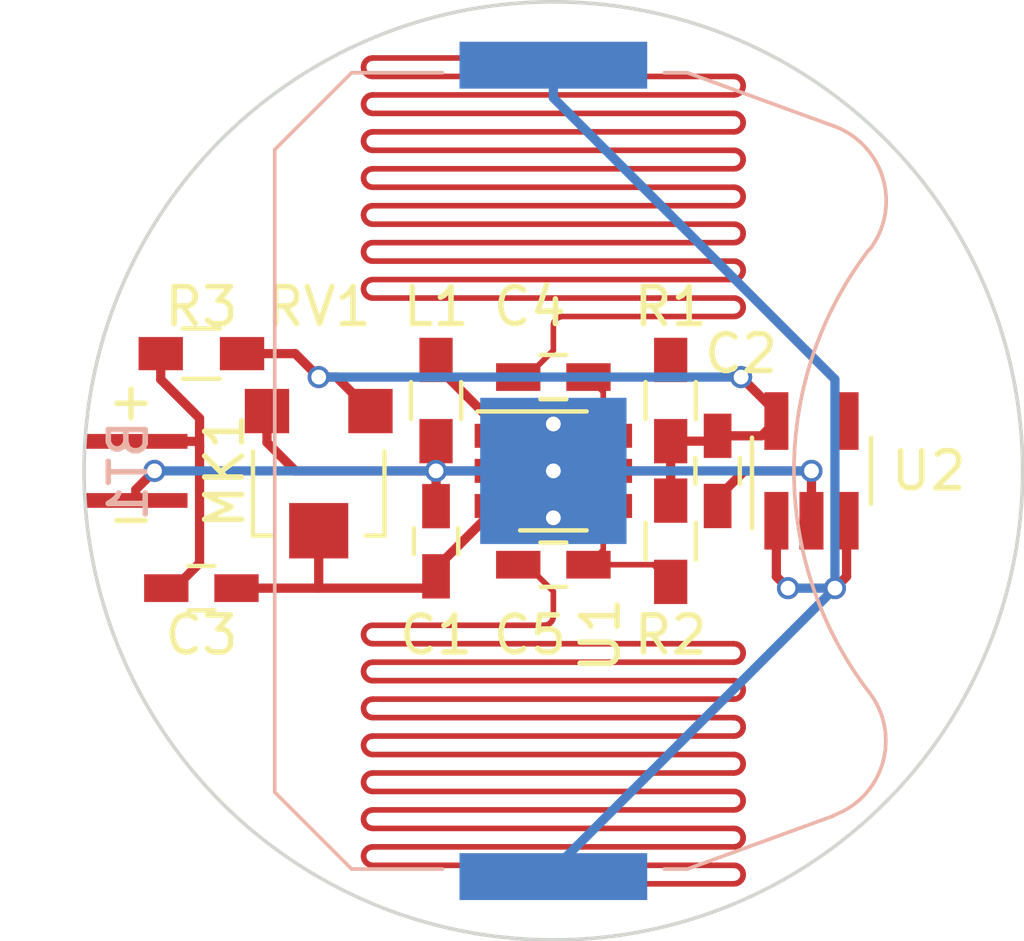
<source format=kicad_pcb>
(kicad_pcb (version 4) (host pcbnew 4.0.7)

  (general
    (links 26)
    (no_connects 26)
    (area 171.399999 88.849999 196.900001 114.350001)
    (thickness 1.6)
    (drawings 1)
    (tracks 538)
    (zones 0)
    (modules 14)
    (nets 12)
  )

  (page A4)
  (layers
    (0 F.Cu signal)
    (31 B.Cu signal)
    (32 B.Adhes user)
    (33 F.Adhes user)
    (34 B.Paste user)
    (35 F.Paste user)
    (36 B.SilkS user)
    (37 F.SilkS user)
    (38 B.Mask user)
    (39 F.Mask user)
    (40 Dwgs.User user)
    (41 Cmts.User user)
    (42 Eco1.User user)
    (43 Eco2.User user)
    (44 Edge.Cuts user)
    (45 Margin user)
    (46 B.CrtYd user)
    (47 F.CrtYd user)
    (48 B.Fab user)
    (49 F.Fab user hide)
  )

  (setup
    (last_trace_width 0.25)
    (trace_clearance 0.2)
    (zone_clearance 0.508)
    (zone_45_only no)
    (trace_min 0.1524)
    (segment_width 0.2)
    (edge_width 0.1)
    (via_size 0.6)
    (via_drill 0.4)
    (via_min_size 0.4)
    (via_min_drill 0.3)
    (uvia_size 0.3)
    (uvia_drill 0.1)
    (uvias_allowed no)
    (uvia_min_size 0)
    (uvia_min_drill 0)
    (pcb_text_width 0.3)
    (pcb_text_size 1.5 1.5)
    (mod_edge_width 0.15)
    (mod_text_size 1 1)
    (mod_text_width 0.15)
    (pad_size 1.5 1.5)
    (pad_drill 0.6)
    (pad_to_mask_clearance 0)
    (aux_axis_origin 0 0)
    (visible_elements FFFEFFFF)
    (pcbplotparams
      (layerselection 0x00030_80000001)
      (usegerberextensions false)
      (excludeedgelayer true)
      (linewidth 0.100000)
      (plotframeref false)
      (viasonmask false)
      (mode 1)
      (useauxorigin false)
      (hpglpennumber 1)
      (hpglpenspeed 20)
      (hpglpendiameter 15)
      (hpglpenoverlay 2)
      (psnegative false)
      (psa4output false)
      (plotreference true)
      (plotvalue true)
      (plotinvisibletext false)
      (padsonsilk false)
      (subtractmaskfromsilk false)
      (outputformat 1)
      (mirror false)
      (drillshape 1)
      (scaleselection 1)
      (outputdirectory ""))
  )

  (net 0 "")
  (net 1 "Net-(C1-Pad1)")
  (net 2 GND)
  (net 3 VCC)
  (net 4 "Net-(L1-Pad2)")
  (net 5 /OUT+)
  (net 6 /OUT-)
  (net 7 "Net-(C3-Pad2)")
  (net 8 /ANT+)
  (net 9 /ANT-)
  (net 10 "Net-(U2-Pad4)")
  (net 11 /+BAT)

  (net_class Default "This is the default net class."
    (clearance 0.2)
    (trace_width 0.25)
    (via_dia 0.6)
    (via_drill 0.4)
    (uvia_dia 0.3)
    (uvia_drill 0.1)
    (add_net /+BAT)
    (add_net GND)
    (add_net "Net-(C1-Pad1)")
    (add_net "Net-(C3-Pad2)")
    (add_net "Net-(L1-Pad2)")
    (add_net "Net-(U2-Pad4)")
    (add_net VCC)
  )

  (net_class RF ""
    (clearance 0.1524)
    (trace_width 0.1524)
    (via_dia 0.6)
    (via_drill 0.4)
    (uvia_dia 0.3)
    (uvia_drill 0.1)
    (add_net /ANT+)
    (add_net /ANT-)
    (add_net /OUT+)
    (add_net /OUT-)
  )

  (module Capacitors_SMD:C_0603_HandSoldering (layer F.Cu) (tedit 58AA848B) (tstamp 5A8E7A75)
    (at 184.15 104.14 180)
    (descr "Capacitor SMD 0603, hand soldering")
    (tags "capacitor 0603")
    (path /5A8E700B)
    (attr smd)
    (fp_text reference C5 (at 0.635 -1.905 180) (layer F.SilkS)
      (effects (font (size 1 1) (thickness 0.15)))
    )
    (fp_text value 1nF (at 0 1.5 180) (layer F.Fab)
      (effects (font (size 1 1) (thickness 0.15)))
    )
    (fp_text user %R (at 0 -1.25 180) (layer F.Fab)
      (effects (font (size 1 1) (thickness 0.15)))
    )
    (fp_line (start -0.8 0.4) (end -0.8 -0.4) (layer F.Fab) (width 0.1))
    (fp_line (start 0.8 0.4) (end -0.8 0.4) (layer F.Fab) (width 0.1))
    (fp_line (start 0.8 -0.4) (end 0.8 0.4) (layer F.Fab) (width 0.1))
    (fp_line (start -0.8 -0.4) (end 0.8 -0.4) (layer F.Fab) (width 0.1))
    (fp_line (start -0.35 -0.6) (end 0.35 -0.6) (layer F.SilkS) (width 0.12))
    (fp_line (start 0.35 0.6) (end -0.35 0.6) (layer F.SilkS) (width 0.12))
    (fp_line (start -1.8 -0.65) (end 1.8 -0.65) (layer F.CrtYd) (width 0.05))
    (fp_line (start -1.8 -0.65) (end -1.8 0.65) (layer F.CrtYd) (width 0.05))
    (fp_line (start 1.8 0.65) (end 1.8 -0.65) (layer F.CrtYd) (width 0.05))
    (fp_line (start 1.8 0.65) (end -1.8 0.65) (layer F.CrtYd) (width 0.05))
    (pad 1 smd rect (at -0.95 0 180) (size 1.2 0.75) (layers F.Cu F.Paste F.Mask)
      (net 6 /OUT-))
    (pad 2 smd rect (at 0.95 0 180) (size 1.2 0.75) (layers F.Cu F.Paste F.Mask)
      (net 9 /ANT-))
    (model Capacitors_SMD.3dshapes/C_0603.wrl
      (at (xyz 0 0 0))
      (scale (xyz 1 1 1))
      (rotate (xyz 0 0 0))
    )
  )

  (module Battery_Holders:Keystone_3034_1x20mm-CoinCell (layer B.Cu) (tedit 595D9565) (tstamp 5A8E79BB)
    (at 184.15 101.6 270)
    (descr "Keystone 3034 SMD battery holder for 2020, 2025 and 2032 coincell batteries. http://www.keyelco.com/product-pdf.cfm?p=798")
    (tags "Keystone type 3034 coin cell retainer")
    (path /5A8E4C7A)
    (attr smd)
    (fp_text reference BT1 (at 0 11.5 270) (layer B.SilkS)
      (effects (font (size 1 1) (thickness 0.15)) (justify mirror))
    )
    (fp_text value Battery_Cell (at 0 -11.5 270) (layer B.Fab)
      (effects (font (size 1 1) (thickness 0.15)) (justify mirror))
    )
    (fp_text user %R (at 0 2.9 270) (layer B.Fab)
      (effects (font (size 1 1) (thickness 0.15)) (justify mirror))
    )
    (fp_circle (center 0 0) (end 0 -10.25) (layer Dwgs.User) (width 0.15))
    (fp_arc (start 0 -16.36) (end 6 -8.55) (angle 75.1) (layer B.SilkS) (width 0.1))
    (fp_arc (start -7.31 -6.85) (end -9.34 -7.58) (angle 107.5) (layer B.SilkS) (width 0.1))
    (fp_line (start -10.78 -3.63) (end -9.34 -7.58) (layer B.SilkS) (width 0.1))
    (fp_line (start -8.7 7.54) (end -10.78 5.46) (layer B.SilkS) (width 0.1))
    (fp_line (start 8.7 7.54) (end -8.7 7.54) (layer B.SilkS) (width 0.1))
    (fp_line (start 8.7 7.54) (end 10.78 5.46) (layer B.SilkS) (width 0.1))
    (fp_line (start 10.78 -3.63) (end 9.34 -7.58) (layer B.SilkS) (width 0.1))
    (fp_arc (start 7.31 -6.85) (end 6 -8.55) (angle 107.5) (layer B.SilkS) (width 0.1))
    (fp_line (start -10.78 5.46) (end -10.78 3) (layer B.SilkS) (width 0.1))
    (fp_line (start -10.78 -3) (end -10.78 -3.63) (layer B.SilkS) (width 0.1))
    (fp_line (start 10.78 5.46) (end 10.78 3) (layer B.SilkS) (width 0.1))
    (fp_line (start 10.78 -3) (end 10.78 -3.63) (layer B.SilkS) (width 0.1))
    (fp_line (start -9.19 -7.53) (end -10.63 -3.6) (layer B.Fab) (width 0.1))
    (fp_line (start -10.63 -3.6) (end -10.63 5.4) (layer B.Fab) (width 0.1))
    (fp_line (start -10.63 5.4) (end -8.64 7.39) (layer B.Fab) (width 0.1))
    (fp_line (start -8.64 7.39) (end 8.64 7.39) (layer B.Fab) (width 0.1))
    (fp_line (start 8.64 7.39) (end 10.63 5.4) (layer B.Fab) (width 0.1))
    (fp_line (start 10.63 5.4) (end 10.63 -3.6) (layer B.Fab) (width 0.1))
    (fp_line (start 10.63 -3.6) (end 9.19 -7.53) (layer B.Fab) (width 0.1))
    (fp_arc (start 7.31 -6.85) (end 6.1 -8.43) (angle 107.5) (layer B.Fab) (width 0.1))
    (fp_arc (start 0 -16.36) (end 6.1 -8.43) (angle 75.1) (layer B.Fab) (width 0.1))
    (fp_arc (start -7.31 -6.85) (end -9.19 -7.53) (angle 107.5) (layer B.Fab) (width 0.1))
    (fp_line (start 11.87 2.79) (end 10.88 2.79) (layer B.CrtYd) (width 0.05))
    (fp_line (start 10.88 2.79) (end 10.88 5.5) (layer B.CrtYd) (width 0.05))
    (fp_line (start 10.88 5.5) (end 8.74 7.64) (layer B.CrtYd) (width 0.05))
    (fp_line (start 8.74 7.64) (end 7.2 7.64) (layer B.CrtYd) (width 0.05))
    (fp_arc (start 0 0) (end 7.2 7.64) (angle 86.6) (layer B.CrtYd) (width 0.05))
    (fp_line (start -7.2 7.64) (end -8.74 7.64) (layer B.CrtYd) (width 0.05))
    (fp_line (start -8.74 7.64) (end -10.88 5.5) (layer B.CrtYd) (width 0.05))
    (fp_line (start -10.88 5.5) (end -10.88 2.79) (layer B.CrtYd) (width 0.05))
    (fp_line (start -10.88 2.79) (end -11.87 2.79) (layer B.CrtYd) (width 0.05))
    (fp_line (start -11.87 2.79) (end -11.87 -2.79) (layer B.CrtYd) (width 0.05))
    (fp_line (start -11.87 -2.79) (end -10.88 -2.79) (layer B.CrtYd) (width 0.05))
    (fp_line (start -10.88 -2.79) (end -10.88 -3.64) (layer B.CrtYd) (width 0.05))
    (fp_line (start -10.88 -3.64) (end -9.44 -7.62) (layer B.CrtYd) (width 0.05))
    (fp_arc (start -7.31 -6.85) (end -9.43 -7.62) (angle 106.9) (layer B.CrtYd) (width 0.05))
    (fp_arc (start 0 0) (end -5.96 -8.64) (angle 69.1) (layer B.CrtYd) (width 0.05))
    (fp_arc (start 7.31 -6.85) (end 5.96 -8.64) (angle 106.9) (layer B.CrtYd) (width 0.05))
    (fp_line (start 9.43 -7.63) (end 10.88 -3.64) (layer B.CrtYd) (width 0.05))
    (fp_line (start 10.88 -3.64) (end 10.88 -2.79) (layer B.CrtYd) (width 0.05))
    (fp_line (start 10.88 -2.79) (end 11.87 -2.79) (layer B.CrtYd) (width 0.05))
    (fp_line (start 11.87 -2.79) (end 11.87 2.79) (layer B.CrtYd) (width 0.05))
    (pad 2 smd rect (at 0 0 270) (size 3.96 3.96) (layers B.Cu B.Paste B.Mask)
      (net 2 GND))
    (pad 1 smd rect (at 10.985 0 270) (size 1.27 5.08) (layers B.Cu B.Paste B.Mask)
      (net 11 /+BAT))
    (pad 1 smd rect (at -10.985 0 270) (size 1.27 5.08) (layers B.Cu B.Paste B.Mask)
      (net 11 /+BAT))
    (model ${KISYS3DMOD}/Battery_Holders.3dshapes/Keystone_3034_1x20mm-CoinCell.wrl
      (at (xyz 0 0 0))
      (scale (xyz 1 1 1))
      (rotate (xyz 0 0 0))
    )
  )

  (module Potentiometers:Potentiometer_Trimmer-EVM3E (layer F.Cu) (tedit 580B90AB) (tstamp 5A8E79EE)
    (at 177.8 101.6 180)
    (descr http://www.comkey.in/sites/default/files/attachments/EVM3ESX50B15.pdf)
    (tags "trimmer smd")
    (path /5A8E598B)
    (attr smd)
    (fp_text reference RV1 (at 0 4.445 180) (layer F.SilkS)
      (effects (font (size 1 1) (thickness 0.15)))
    )
    (fp_text value POT (at 0 -3.79 180) (layer F.Fab)
      (effects (font (size 1 1) (thickness 0.15)))
    )
    (fp_line (start 1.78 -1.75) (end 1.78 0.53) (layer F.SilkS) (width 0.12))
    (fp_line (start 1.27 -1.75) (end 1.78 -1.75) (layer F.SilkS) (width 0.12))
    (fp_line (start -1.78 -1.75) (end -1.27 -1.75) (layer F.SilkS) (width 0.12))
    (fp_line (start -1.78 0.53) (end -1.78 -1.75) (layer F.SilkS) (width 0.12))
    (fp_line (start 2.2 2.45) (end -2.2 2.45) (layer F.CrtYd) (width 0.05))
    (fp_line (start 2.2 -2.6) (end 2.2 2.45) (layer F.CrtYd) (width 0.05))
    (fp_line (start -2.2 -2.6) (end 2.2 -2.6) (layer F.CrtYd) (width 0.05))
    (fp_line (start -2.2 2.45) (end -2.2 -2.6) (layer F.CrtYd) (width 0.05))
    (fp_line (start 0.9 1.38) (end 0.9 1.73) (layer F.Fab) (width 0.1))
    (fp_line (start 1.55 1.38) (end 0.9 1.38) (layer F.Fab) (width 0.1))
    (fp_line (start -0.9 1.32) (end -0.9 1.73) (layer F.Fab) (width 0.1))
    (fp_line (start -1.55 1.32) (end -0.9 1.32) (layer F.Fab) (width 0.1))
    (fp_line (start -0.25 -0.23) (end -0.25 -0.97) (layer F.Fab) (width 0.1))
    (fp_line (start -1 -0.23) (end -0.25 -0.23) (layer F.Fab) (width 0.1))
    (fp_line (start -1 0.28) (end -1 -0.23) (layer F.Fab) (width 0.1))
    (fp_line (start -0.25 0.28) (end -1 0.28) (layer F.Fab) (width 0.1))
    (fp_line (start -0.25 1.02) (end -0.25 0.28) (layer F.Fab) (width 0.1))
    (fp_line (start 0.25 1.02) (end -0.25 1.02) (layer F.Fab) (width 0.1))
    (fp_line (start 0.25 0.28) (end 0.25 1.02) (layer F.Fab) (width 0.1))
    (fp_line (start 1 0.28) (end 0.25 0.28) (layer F.Fab) (width 0.1))
    (fp_line (start 1 -0.23) (end 1 0.28) (layer F.Fab) (width 0.1))
    (fp_line (start 0.25 -0.23) (end 1 -0.23) (layer F.Fab) (width 0.1))
    (fp_line (start 0.25 -0.97) (end 0.25 -0.23) (layer F.Fab) (width 0.1))
    (fp_line (start -0.25 -0.97) (end 0.25 -0.97) (layer F.Fab) (width 0.1))
    (fp_line (start -1.55 1.73) (end -1.55 -1.52) (layer F.Fab) (width 0.1))
    (fp_line (start 1.55 1.73) (end -1.55 1.73) (layer F.Fab) (width 0.1))
    (fp_line (start 1.55 -1.52) (end 1.55 1.73) (layer F.Fab) (width 0.1))
    (fp_line (start -1.55 -1.52) (end 1.55 -1.52) (layer F.Fab) (width 0.1))
    (fp_circle (center 0 0.03) (end 0 -0.23) (layer F.Fab) (width 0.1))
    (fp_circle (center 0 0.03) (end 0 -1.18) (layer F.Fab) (width 0.1))
    (fp_circle (center 0 0.03) (end 0 -1.52) (layer F.Fab) (width 0.1))
    (pad 1 smd rect (at -1.4 1.62 180) (size 1.2 1.2) (layers F.Cu F.Paste F.Mask)
      (net 3 VCC))
    (pad 3 smd rect (at 1.4 1.62 180) (size 1.2 1.2) (layers F.Cu F.Paste F.Mask)
      (net 2 GND))
    (pad 2 smd rect (at 0 -1.62 180) (size 1.6 1.5) (layers F.Cu F.Paste F.Mask)
      (net 1 "Net-(C1-Pad1)"))
  )

  (module Capacitors_SMD:C_0603_HandSoldering (layer F.Cu) (tedit 58AA848B) (tstamp 5A8E7A61)
    (at 180.975 103.505 90)
    (descr "Capacitor SMD 0603, hand soldering")
    (tags "capacitor 0603")
    (path /5A8E6124)
    (attr smd)
    (fp_text reference C1 (at -2.54 0 180) (layer F.SilkS)
      (effects (font (size 1 1) (thickness 0.15)))
    )
    (fp_text value 1nF (at 0 1.5 90) (layer F.Fab)
      (effects (font (size 1 1) (thickness 0.15)))
    )
    (fp_text user %R (at 0 -1.25 90) (layer F.Fab)
      (effects (font (size 1 1) (thickness 0.15)))
    )
    (fp_line (start -0.8 0.4) (end -0.8 -0.4) (layer F.Fab) (width 0.1))
    (fp_line (start 0.8 0.4) (end -0.8 0.4) (layer F.Fab) (width 0.1))
    (fp_line (start 0.8 -0.4) (end 0.8 0.4) (layer F.Fab) (width 0.1))
    (fp_line (start -0.8 -0.4) (end 0.8 -0.4) (layer F.Fab) (width 0.1))
    (fp_line (start -0.35 -0.6) (end 0.35 -0.6) (layer F.SilkS) (width 0.12))
    (fp_line (start 0.35 0.6) (end -0.35 0.6) (layer F.SilkS) (width 0.12))
    (fp_line (start -1.8 -0.65) (end 1.8 -0.65) (layer F.CrtYd) (width 0.05))
    (fp_line (start -1.8 -0.65) (end -1.8 0.65) (layer F.CrtYd) (width 0.05))
    (fp_line (start 1.8 0.65) (end 1.8 -0.65) (layer F.CrtYd) (width 0.05))
    (fp_line (start 1.8 0.65) (end -1.8 0.65) (layer F.CrtYd) (width 0.05))
    (pad 1 smd rect (at -0.95 0 90) (size 1.2 0.75) (layers F.Cu F.Paste F.Mask)
      (net 1 "Net-(C1-Pad1)"))
    (pad 2 smd rect (at 0.95 0 90) (size 1.2 0.75) (layers F.Cu F.Paste F.Mask)
      (net 2 GND))
    (model Capacitors_SMD.3dshapes/C_0603.wrl
      (at (xyz 0 0 0))
      (scale (xyz 1 1 1))
      (rotate (xyz 0 0 0))
    )
  )

  (module Capacitors_SMD:C_0603_HandSoldering (layer F.Cu) (tedit 58AA848B) (tstamp 5A8E7A66)
    (at 188.595 101.6 270)
    (descr "Capacitor SMD 0603, hand soldering")
    (tags "capacitor 0603")
    (path /5A8E5E1E)
    (attr smd)
    (fp_text reference C2 (at -3.175 -0.635 360) (layer F.SilkS)
      (effects (font (size 1 1) (thickness 0.15)))
    )
    (fp_text value 1uF (at 0 1.5 270) (layer F.Fab)
      (effects (font (size 1 1) (thickness 0.15)))
    )
    (fp_text user %R (at 0 -1.25 270) (layer F.Fab)
      (effects (font (size 1 1) (thickness 0.15)))
    )
    (fp_line (start -0.8 0.4) (end -0.8 -0.4) (layer F.Fab) (width 0.1))
    (fp_line (start 0.8 0.4) (end -0.8 0.4) (layer F.Fab) (width 0.1))
    (fp_line (start 0.8 -0.4) (end 0.8 0.4) (layer F.Fab) (width 0.1))
    (fp_line (start -0.8 -0.4) (end 0.8 -0.4) (layer F.Fab) (width 0.1))
    (fp_line (start -0.35 -0.6) (end 0.35 -0.6) (layer F.SilkS) (width 0.12))
    (fp_line (start 0.35 0.6) (end -0.35 0.6) (layer F.SilkS) (width 0.12))
    (fp_line (start -1.8 -0.65) (end 1.8 -0.65) (layer F.CrtYd) (width 0.05))
    (fp_line (start -1.8 -0.65) (end -1.8 0.65) (layer F.CrtYd) (width 0.05))
    (fp_line (start 1.8 0.65) (end 1.8 -0.65) (layer F.CrtYd) (width 0.05))
    (fp_line (start 1.8 0.65) (end -1.8 0.65) (layer F.CrtYd) (width 0.05))
    (pad 1 smd rect (at -0.95 0 270) (size 1.2 0.75) (layers F.Cu F.Paste F.Mask)
      (net 3 VCC))
    (pad 2 smd rect (at 0.95 0 270) (size 1.2 0.75) (layers F.Cu F.Paste F.Mask)
      (net 2 GND))
    (model Capacitors_SMD.3dshapes/C_0603.wrl
      (at (xyz 0 0 0))
      (scale (xyz 1 1 1))
      (rotate (xyz 0 0 0))
    )
  )

  (module Capacitors_SMD:C_0603_HandSoldering (layer F.Cu) (tedit 58AA848B) (tstamp 5A8E7A6B)
    (at 174.625 104.775 180)
    (descr "Capacitor SMD 0603, hand soldering")
    (tags "capacitor 0603")
    (path /5A8E6BEC)
    (attr smd)
    (fp_text reference C3 (at 0 -1.27 360) (layer F.SilkS)
      (effects (font (size 1 1) (thickness 0.15)))
    )
    (fp_text value 1uF (at 0 1.5 180) (layer F.Fab)
      (effects (font (size 1 1) (thickness 0.15)))
    )
    (fp_text user %R (at 0 -1.25 180) (layer F.Fab)
      (effects (font (size 1 1) (thickness 0.15)))
    )
    (fp_line (start -0.8 0.4) (end -0.8 -0.4) (layer F.Fab) (width 0.1))
    (fp_line (start 0.8 0.4) (end -0.8 0.4) (layer F.Fab) (width 0.1))
    (fp_line (start 0.8 -0.4) (end 0.8 0.4) (layer F.Fab) (width 0.1))
    (fp_line (start -0.8 -0.4) (end 0.8 -0.4) (layer F.Fab) (width 0.1))
    (fp_line (start -0.35 -0.6) (end 0.35 -0.6) (layer F.SilkS) (width 0.12))
    (fp_line (start 0.35 0.6) (end -0.35 0.6) (layer F.SilkS) (width 0.12))
    (fp_line (start -1.8 -0.65) (end 1.8 -0.65) (layer F.CrtYd) (width 0.05))
    (fp_line (start -1.8 -0.65) (end -1.8 0.65) (layer F.CrtYd) (width 0.05))
    (fp_line (start 1.8 0.65) (end 1.8 -0.65) (layer F.CrtYd) (width 0.05))
    (fp_line (start 1.8 0.65) (end -1.8 0.65) (layer F.CrtYd) (width 0.05))
    (pad 1 smd rect (at -0.95 0 180) (size 1.2 0.75) (layers F.Cu F.Paste F.Mask)
      (net 1 "Net-(C1-Pad1)"))
    (pad 2 smd rect (at 0.95 0 180) (size 1.2 0.75) (layers F.Cu F.Paste F.Mask)
      (net 7 "Net-(C3-Pad2)"))
    (model Capacitors_SMD.3dshapes/C_0603.wrl
      (at (xyz 0 0 0))
      (scale (xyz 1 1 1))
      (rotate (xyz 0 0 0))
    )
  )

  (module Capacitors_SMD:C_0603_HandSoldering (layer F.Cu) (tedit 58AA848B) (tstamp 5A8E7A70)
    (at 184.15 99.06)
    (descr "Capacitor SMD 0603, hand soldering")
    (tags "capacitor 0603")
    (path /5A8E705D)
    (attr smd)
    (fp_text reference C4 (at -0.635 -1.905) (layer F.SilkS)
      (effects (font (size 1 1) (thickness 0.15)))
    )
    (fp_text value 1nF (at 0 1.5) (layer F.Fab)
      (effects (font (size 1 1) (thickness 0.15)))
    )
    (fp_text user %R (at 0 -1.25) (layer F.Fab)
      (effects (font (size 1 1) (thickness 0.15)))
    )
    (fp_line (start -0.8 0.4) (end -0.8 -0.4) (layer F.Fab) (width 0.1))
    (fp_line (start 0.8 0.4) (end -0.8 0.4) (layer F.Fab) (width 0.1))
    (fp_line (start 0.8 -0.4) (end 0.8 0.4) (layer F.Fab) (width 0.1))
    (fp_line (start -0.8 -0.4) (end 0.8 -0.4) (layer F.Fab) (width 0.1))
    (fp_line (start -0.35 -0.6) (end 0.35 -0.6) (layer F.SilkS) (width 0.12))
    (fp_line (start 0.35 0.6) (end -0.35 0.6) (layer F.SilkS) (width 0.12))
    (fp_line (start -1.8 -0.65) (end 1.8 -0.65) (layer F.CrtYd) (width 0.05))
    (fp_line (start -1.8 -0.65) (end -1.8 0.65) (layer F.CrtYd) (width 0.05))
    (fp_line (start 1.8 0.65) (end 1.8 -0.65) (layer F.CrtYd) (width 0.05))
    (fp_line (start 1.8 0.65) (end -1.8 0.65) (layer F.CrtYd) (width 0.05))
    (pad 1 smd rect (at -0.95 0) (size 1.2 0.75) (layers F.Cu F.Paste F.Mask)
      (net 8 /ANT+))
    (pad 2 smd rect (at 0.95 0) (size 1.2 0.75) (layers F.Cu F.Paste F.Mask)
      (net 5 /OUT+))
    (model Capacitors_SMD.3dshapes/C_0603.wrl
      (at (xyz 0 0 0))
      (scale (xyz 1 1 1))
      (rotate (xyz 0 0 0))
    )
  )

  (module Inductors_SMD:L_0603_HandSoldering (layer F.Cu) (tedit 58307AEF) (tstamp 5A8E7A7A)
    (at 180.975 99.695 90)
    (descr "Resistor SMD 0603, hand soldering")
    (tags "resistor 0603")
    (path /5A8E4BE0)
    (attr smd)
    (fp_text reference L1 (at 2.54 0 180) (layer F.SilkS)
      (effects (font (size 1 1) (thickness 0.15)))
    )
    (fp_text value 390nH (at 0 1.9 90) (layer F.Fab)
      (effects (font (size 1 1) (thickness 0.15)))
    )
    (fp_text user %R (at 0 0 90) (layer F.Fab)
      (effects (font (size 0.4 0.4) (thickness 0.075)))
    )
    (fp_line (start -0.8 0.4) (end -0.8 -0.4) (layer F.Fab) (width 0.1))
    (fp_line (start 0.8 0.4) (end -0.8 0.4) (layer F.Fab) (width 0.1))
    (fp_line (start 0.8 -0.4) (end 0.8 0.4) (layer F.Fab) (width 0.1))
    (fp_line (start -0.8 -0.4) (end 0.8 -0.4) (layer F.Fab) (width 0.1))
    (fp_line (start -2 -0.8) (end 2 -0.8) (layer F.CrtYd) (width 0.05))
    (fp_line (start -2 0.8) (end 2 0.8) (layer F.CrtYd) (width 0.05))
    (fp_line (start -2 -0.8) (end -2 0.8) (layer F.CrtYd) (width 0.05))
    (fp_line (start 2 -0.8) (end 2 0.8) (layer F.CrtYd) (width 0.05))
    (fp_line (start 0.5 0.68) (end -0.5 0.68) (layer F.SilkS) (width 0.12))
    (fp_line (start -0.5 -0.68) (end 0.5 -0.68) (layer F.SilkS) (width 0.12))
    (pad 1 smd rect (at -1.1 0 90) (size 1.2 0.9) (layers F.Cu F.Paste F.Mask)
      (net 2 GND))
    (pad 2 smd rect (at 1.1 0 90) (size 1.2 0.9) (layers F.Cu F.Paste F.Mask)
      (net 4 "Net-(L1-Pad2)"))
    (model ${KISYS3DMOD}/Inductors_SMD.3dshapes/L_0603.wrl
      (at (xyz 0 0 0))
      (scale (xyz 1 1 1))
      (rotate (xyz 0 0 0))
    )
  )

  (module Resistors_SMD:R_0603_HandSoldering (layer F.Cu) (tedit 58E0A804) (tstamp 5A8E7A7F)
    (at 187.325 99.695 270)
    (descr "Resistor SMD 0603, hand soldering")
    (tags "resistor 0603")
    (path /5A8E5C75)
    (attr smd)
    (fp_text reference R1 (at -2.54 0 360) (layer F.SilkS)
      (effects (font (size 1 1) (thickness 0.15)))
    )
    (fp_text value 1k (at 0 1.55 270) (layer F.Fab)
      (effects (font (size 1 1) (thickness 0.15)))
    )
    (fp_text user %R (at 0 0 270) (layer F.Fab)
      (effects (font (size 0.4 0.4) (thickness 0.075)))
    )
    (fp_line (start -0.8 0.4) (end -0.8 -0.4) (layer F.Fab) (width 0.1))
    (fp_line (start 0.8 0.4) (end -0.8 0.4) (layer F.Fab) (width 0.1))
    (fp_line (start 0.8 -0.4) (end 0.8 0.4) (layer F.Fab) (width 0.1))
    (fp_line (start -0.8 -0.4) (end 0.8 -0.4) (layer F.Fab) (width 0.1))
    (fp_line (start 0.5 0.68) (end -0.5 0.68) (layer F.SilkS) (width 0.12))
    (fp_line (start -0.5 -0.68) (end 0.5 -0.68) (layer F.SilkS) (width 0.12))
    (fp_line (start -1.96 -0.7) (end 1.95 -0.7) (layer F.CrtYd) (width 0.05))
    (fp_line (start -1.96 -0.7) (end -1.96 0.7) (layer F.CrtYd) (width 0.05))
    (fp_line (start 1.95 0.7) (end 1.95 -0.7) (layer F.CrtYd) (width 0.05))
    (fp_line (start 1.95 0.7) (end -1.96 0.7) (layer F.CrtYd) (width 0.05))
    (pad 1 smd rect (at -1.1 0 270) (size 1.2 0.9) (layers F.Cu F.Paste F.Mask)
      (net 5 /OUT+))
    (pad 2 smd rect (at 1.1 0 270) (size 1.2 0.9) (layers F.Cu F.Paste F.Mask)
      (net 3 VCC))
    (model ${KISYS3DMOD}/Resistors_SMD.3dshapes/R_0603.wrl
      (at (xyz 0 0 0))
      (scale (xyz 1 1 1))
      (rotate (xyz 0 0 0))
    )
  )

  (module Resistors_SMD:R_0603_HandSoldering (layer F.Cu) (tedit 58E0A804) (tstamp 5A8E7A84)
    (at 187.325 103.505 270)
    (descr "Resistor SMD 0603, hand soldering")
    (tags "resistor 0603")
    (path /5A8E5CE6)
    (attr smd)
    (fp_text reference R2 (at 2.54 0 360) (layer F.SilkS)
      (effects (font (size 1 1) (thickness 0.15)))
    )
    (fp_text value 1k (at 0 1.55 270) (layer F.Fab)
      (effects (font (size 1 1) (thickness 0.15)))
    )
    (fp_text user %R (at 0 0 270) (layer F.Fab)
      (effects (font (size 0.4 0.4) (thickness 0.075)))
    )
    (fp_line (start -0.8 0.4) (end -0.8 -0.4) (layer F.Fab) (width 0.1))
    (fp_line (start 0.8 0.4) (end -0.8 0.4) (layer F.Fab) (width 0.1))
    (fp_line (start 0.8 -0.4) (end 0.8 0.4) (layer F.Fab) (width 0.1))
    (fp_line (start -0.8 -0.4) (end 0.8 -0.4) (layer F.Fab) (width 0.1))
    (fp_line (start 0.5 0.68) (end -0.5 0.68) (layer F.SilkS) (width 0.12))
    (fp_line (start -0.5 -0.68) (end 0.5 -0.68) (layer F.SilkS) (width 0.12))
    (fp_line (start -1.96 -0.7) (end 1.95 -0.7) (layer F.CrtYd) (width 0.05))
    (fp_line (start -1.96 -0.7) (end -1.96 0.7) (layer F.CrtYd) (width 0.05))
    (fp_line (start 1.95 0.7) (end 1.95 -0.7) (layer F.CrtYd) (width 0.05))
    (fp_line (start 1.95 0.7) (end -1.96 0.7) (layer F.CrtYd) (width 0.05))
    (pad 1 smd rect (at -1.1 0 270) (size 1.2 0.9) (layers F.Cu F.Paste F.Mask)
      (net 3 VCC))
    (pad 2 smd rect (at 1.1 0 270) (size 1.2 0.9) (layers F.Cu F.Paste F.Mask)
      (net 6 /OUT-))
    (model ${KISYS3DMOD}/Resistors_SMD.3dshapes/R_0603.wrl
      (at (xyz 0 0 0))
      (scale (xyz 1 1 1))
      (rotate (xyz 0 0 0))
    )
  )

  (module Resistors_SMD:R_0603_HandSoldering (layer F.Cu) (tedit 58E0A804) (tstamp 5A8E7A89)
    (at 174.625 98.425 180)
    (descr "Resistor SMD 0603, hand soldering")
    (tags "resistor 0603")
    (path /5A8E69B6)
    (attr smd)
    (fp_text reference R3 (at 0 1.27 360) (layer F.SilkS)
      (effects (font (size 1 1) (thickness 0.15)))
    )
    (fp_text value 1k (at 0 1.55 180) (layer F.Fab)
      (effects (font (size 1 1) (thickness 0.15)))
    )
    (fp_text user %R (at 0 0 180) (layer F.Fab)
      (effects (font (size 0.4 0.4) (thickness 0.075)))
    )
    (fp_line (start -0.8 0.4) (end -0.8 -0.4) (layer F.Fab) (width 0.1))
    (fp_line (start 0.8 0.4) (end -0.8 0.4) (layer F.Fab) (width 0.1))
    (fp_line (start 0.8 -0.4) (end 0.8 0.4) (layer F.Fab) (width 0.1))
    (fp_line (start -0.8 -0.4) (end 0.8 -0.4) (layer F.Fab) (width 0.1))
    (fp_line (start 0.5 0.68) (end -0.5 0.68) (layer F.SilkS) (width 0.12))
    (fp_line (start -0.5 -0.68) (end 0.5 -0.68) (layer F.SilkS) (width 0.12))
    (fp_line (start -1.96 -0.7) (end 1.95 -0.7) (layer F.CrtYd) (width 0.05))
    (fp_line (start -1.96 -0.7) (end -1.96 0.7) (layer F.CrtYd) (width 0.05))
    (fp_line (start 1.95 0.7) (end 1.95 -0.7) (layer F.CrtYd) (width 0.05))
    (fp_line (start 1.95 0.7) (end -1.96 0.7) (layer F.CrtYd) (width 0.05))
    (pad 1 smd rect (at -1.1 0 180) (size 1.2 0.9) (layers F.Cu F.Paste F.Mask)
      (net 3 VCC))
    (pad 2 smd rect (at 1.1 0 180) (size 1.2 0.9) (layers F.Cu F.Paste F.Mask)
      (net 7 "Net-(C3-Pad2)"))
    (model ${KISYS3DMOD}/Resistors_SMD.3dshapes/R_0603.wrl
      (at (xyz 0 0 0))
      (scale (xyz 1 1 1))
      (rotate (xyz 0 0 0))
    )
  )

  (module TO_SOT_Packages_SMD:SOT-23-6_Handsoldering (layer F.Cu) (tedit 58CE4E7E) (tstamp 5A8E7A8E)
    (at 184.15 101.6)
    (descr "6-pin SOT-23 package, Handsoldering")
    (tags "SOT-23-6 Handsoldering")
    (path /5A8E4B9E)
    (attr smd)
    (fp_text reference U1 (at 1.27 4.445 90) (layer F.SilkS)
      (effects (font (size 1 1) (thickness 0.15)))
    )
    (fp_text value MAX2605/6/7/8/9 (at 0 2.9) (layer F.Fab)
      (effects (font (size 1 1) (thickness 0.15)))
    )
    (fp_text user %R (at 0 0 90) (layer F.Fab)
      (effects (font (size 0.5 0.5) (thickness 0.075)))
    )
    (fp_line (start -0.9 1.61) (end 0.9 1.61) (layer F.SilkS) (width 0.12))
    (fp_line (start 0.9 -1.61) (end -2.05 -1.61) (layer F.SilkS) (width 0.12))
    (fp_line (start -2.4 1.8) (end -2.4 -1.8) (layer F.CrtYd) (width 0.05))
    (fp_line (start 2.4 1.8) (end -2.4 1.8) (layer F.CrtYd) (width 0.05))
    (fp_line (start 2.4 -1.8) (end 2.4 1.8) (layer F.CrtYd) (width 0.05))
    (fp_line (start -2.4 -1.8) (end 2.4 -1.8) (layer F.CrtYd) (width 0.05))
    (fp_line (start -0.9 -0.9) (end -0.25 -1.55) (layer F.Fab) (width 0.1))
    (fp_line (start 0.9 -1.55) (end -0.25 -1.55) (layer F.Fab) (width 0.1))
    (fp_line (start -0.9 -0.9) (end -0.9 1.55) (layer F.Fab) (width 0.1))
    (fp_line (start 0.9 1.55) (end -0.9 1.55) (layer F.Fab) (width 0.1))
    (fp_line (start 0.9 -1.55) (end 0.9 1.55) (layer F.Fab) (width 0.1))
    (pad 1 smd rect (at -1.35 -0.95) (size 1.56 0.65) (layers F.Cu F.Paste F.Mask)
      (net 4 "Net-(L1-Pad2)"))
    (pad 2 smd rect (at -1.35 0) (size 1.56 0.65) (layers F.Cu F.Paste F.Mask)
      (net 2 GND))
    (pad 3 smd rect (at -1.35 0.95) (size 1.56 0.65) (layers F.Cu F.Paste F.Mask)
      (net 1 "Net-(C1-Pad1)"))
    (pad 4 smd rect (at 1.35 0.95) (size 1.56 0.65) (layers F.Cu F.Paste F.Mask)
      (net 6 /OUT-))
    (pad 6 smd rect (at 1.35 -0.95) (size 1.56 0.65) (layers F.Cu F.Paste F.Mask)
      (net 5 /OUT+))
    (pad 5 smd rect (at 1.35 0) (size 1.56 0.65) (layers F.Cu F.Paste F.Mask)
      (net 3 VCC))
    (model ${KISYS3DMOD}/TO_SOT_Packages_SMD.3dshapes/SOT-23-6.wrl
      (at (xyz 0 0 0))
      (scale (xyz 1 1 1))
      (rotate (xyz 0 0 0))
    )
  )

  (module TO_SOT_Packages_SMD:SOT-23-5_HandSoldering (layer F.Cu) (tedit 58CE4E7E) (tstamp 5A8E7A97)
    (at 191.135 101.6 90)
    (descr "5-pin SOT23 package")
    (tags "SOT-23-5 hand-soldering")
    (path /5A8E79F3)
    (attr smd)
    (fp_text reference U2 (at 0 3.175 180) (layer F.SilkS)
      (effects (font (size 1 1) (thickness 0.15)))
    )
    (fp_text value AP2204K-2.8 (at 0 2.9 90) (layer F.Fab)
      (effects (font (size 1 1) (thickness 0.15)))
    )
    (fp_text user %R (at 0 0 180) (layer F.Fab)
      (effects (font (size 0.5 0.5) (thickness 0.075)))
    )
    (fp_line (start -0.9 1.61) (end 0.9 1.61) (layer F.SilkS) (width 0.12))
    (fp_line (start 0.9 -1.61) (end -1.55 -1.61) (layer F.SilkS) (width 0.12))
    (fp_line (start -0.9 -0.9) (end -0.25 -1.55) (layer F.Fab) (width 0.1))
    (fp_line (start 0.9 -1.55) (end -0.25 -1.55) (layer F.Fab) (width 0.1))
    (fp_line (start -0.9 -0.9) (end -0.9 1.55) (layer F.Fab) (width 0.1))
    (fp_line (start 0.9 1.55) (end -0.9 1.55) (layer F.Fab) (width 0.1))
    (fp_line (start 0.9 -1.55) (end 0.9 1.55) (layer F.Fab) (width 0.1))
    (fp_line (start -2.38 -1.8) (end 2.38 -1.8) (layer F.CrtYd) (width 0.05))
    (fp_line (start -2.38 -1.8) (end -2.38 1.8) (layer F.CrtYd) (width 0.05))
    (fp_line (start 2.38 1.8) (end 2.38 -1.8) (layer F.CrtYd) (width 0.05))
    (fp_line (start 2.38 1.8) (end -2.38 1.8) (layer F.CrtYd) (width 0.05))
    (pad 1 smd rect (at -1.35 -0.95 90) (size 1.56 0.65) (layers F.Cu F.Paste F.Mask)
      (net 11 /+BAT))
    (pad 2 smd rect (at -1.35 0 90) (size 1.56 0.65) (layers F.Cu F.Paste F.Mask)
      (net 2 GND))
    (pad 3 smd rect (at -1.35 0.95 90) (size 1.56 0.65) (layers F.Cu F.Paste F.Mask)
      (net 11 /+BAT))
    (pad 4 smd rect (at 1.35 0.95 90) (size 1.56 0.65) (layers F.Cu F.Paste F.Mask)
      (net 10 "Net-(U2-Pad4)"))
    (pad 5 smd rect (at 1.35 -0.95 90) (size 1.56 0.65) (layers F.Cu F.Paste F.Mask)
      (net 3 VCC))
    (model ${KISYS3DMOD}/TO_SOT_Packages_SMD.3dshapes\SOT-23-5.wrl
      (at (xyz 0 0 0))
      (scale (xyz 1 1 1))
      (rotate (xyz 0 0 0))
    )
  )

  (module "Tiny FM transmitter:HM4522P-423-G" (layer F.Cu) (tedit 5A8EB6AB) (tstamp 5A8EB78A)
    (at 171.45 101.6)
    (path /5A8E6861)
    (fp_text reference MK1 (at 3.81 0 270) (layer F.SilkS)
      (effects (font (size 1 1) (thickness 0.15)))
    )
    (fp_text value Microphone_Condenser (at 0 -3.175) (layer F.Fab)
      (effects (font (size 1 1) (thickness 0.15)))
    )
    (fp_text user - (at 1.27 1.27) (layer F.SilkS)
      (effects (font (size 1 1) (thickness 0.15)))
    )
    (fp_text user + (at 1.27 -1.905) (layer F.SilkS)
      (effects (font (size 1 1) (thickness 0.15)))
    )
    (fp_line (start -2.2 2.25) (end 0 2.25) (layer F.Fab) (width 0.15))
    (fp_line (start -2.2 -2.25) (end -2.2 2.25) (layer F.Fab) (width 0.15))
    (fp_line (start 0 -2.25) (end -2.2 -2.25) (layer F.Fab) (width 0.15))
    (fp_line (start 0 2.25) (end 0 -2.25) (layer F.Fab) (width 0.15))
    (pad 2 smd rect (at 1.4 -0.8) (size 2.8 0.4) (layers F.Cu F.Paste F.Mask)
      (net 7 "Net-(C3-Pad2)"))
    (pad 1 smd rect (at 1.4 0.8) (size 2.8 0.4) (layers F.Cu F.Paste F.Mask)
      (net 2 GND))
  )

  (gr_circle (center 184.15 101.6) (end 196.85 101.6) (layer Edge.Cuts) (width 0.1))

  (segment (start 175.575 104.775) (end 177.8 104.775) (width 0.25) (layer F.Cu) (net 1))
  (segment (start 177.8 104.775) (end 180.655 104.775) (width 0.25) (layer F.Cu) (net 1))
  (segment (start 177.8 103.22) (end 177.8 104.775) (width 0.25) (layer F.Cu) (net 1))
  (segment (start 180.655 104.775) (end 180.975 104.455) (width 0.25) (layer F.Cu) (net 1))
  (segment (start 180.975 104.455) (end 180.975 104.23) (width 0.25) (layer F.Cu) (net 1))
  (segment (start 182.655 102.55) (end 182.8 102.55) (width 0.25) (layer F.Cu) (net 1))
  (segment (start 180.975 104.23) (end 182.655 102.55) (width 0.25) (layer F.Cu) (net 1))
  (segment (start 173.355 101.6) (end 180.975 101.6) (width 0.25) (layer B.Cu) (net 2))
  (segment (start 172.85 102.4) (end 172.85 102.105) (width 0.25) (layer F.Cu) (net 2))
  (segment (start 172.85 102.105) (end 173.355 101.6) (width 0.25) (layer F.Cu) (net 2))
  (via (at 173.355 101.6) (size 0.6) (drill 0.4) (layers F.Cu B.Cu) (net 2))
  (segment (start 184.15 101.6) (end 184.15 102.87) (width 0.25) (layer F.Cu) (net 2))
  (via (at 184.15 102.87) (size 0.6) (drill 0.4) (layers F.Cu B.Cu) (net 2))
  (segment (start 184.15 101.6) (end 184.15 100.33) (width 0.25) (layer F.Cu) (net 2))
  (via (at 184.15 100.33) (size 0.6) (drill 0.4) (layers F.Cu B.Cu) (net 2))
  (segment (start 182.8 101.6) (end 184.15 101.6) (width 0.25) (layer F.Cu) (net 2))
  (via (at 184.15 101.6) (size 0.6) (drill 0.4) (layers F.Cu B.Cu) (net 2))
  (segment (start 182.8 101.6) (end 180.975 101.6) (width 0.25) (layer F.Cu) (net 2))
  (segment (start 176.4 99.98) (end 176.4 100.83) (width 0.25) (layer F.Cu) (net 2))
  (segment (start 176.4 100.83) (end 177.17 101.6) (width 0.25) (layer F.Cu) (net 2))
  (segment (start 177.17 101.6) (end 180.550736 101.6) (width 0.25) (layer F.Cu) (net 2))
  (segment (start 180.550736 101.6) (end 180.975 101.6) (width 0.25) (layer F.Cu) (net 2))
  (segment (start 180.975 102.555) (end 180.975 101.6) (width 0.25) (layer F.Cu) (net 2))
  (segment (start 180.975 101.6) (end 184.15 101.6) (width 0.25) (layer B.Cu) (net 2))
  (segment (start 180.975 100.795) (end 180.975 101.6) (width 0.25) (layer F.Cu) (net 2))
  (via (at 180.975 101.6) (size 0.6) (drill 0.4) (layers F.Cu B.Cu) (net 2))
  (segment (start 188.595 102.55) (end 188.595 102.325) (width 0.25) (layer F.Cu) (net 2))
  (segment (start 188.595 102.325) (end 189.32 101.6) (width 0.25) (layer F.Cu) (net 2))
  (segment (start 189.32 101.6) (end 190.710736 101.6) (width 0.25) (layer F.Cu) (net 2))
  (segment (start 190.710736 101.6) (end 191.135 101.6) (width 0.25) (layer F.Cu) (net 2))
  (segment (start 191.135 101.6) (end 184.15 101.6) (width 0.25) (layer B.Cu) (net 2))
  (segment (start 191.135 102.95) (end 191.135 101.6) (width 0.25) (layer F.Cu) (net 2))
  (via (at 191.135 101.6) (size 0.6) (drill 0.4) (layers F.Cu B.Cu) (net 2))
  (segment (start 175.725 98.425) (end 177.165 98.425) (width 0.25) (layer F.Cu) (net 3))
  (segment (start 177.165 98.425) (end 177.8 99.06) (width 0.25) (layer F.Cu) (net 3))
  (segment (start 177.8 99.06) (end 178.28 99.06) (width 0.25) (layer F.Cu) (net 3))
  (segment (start 178.28 99.06) (end 179.2 99.98) (width 0.25) (layer F.Cu) (net 3))
  (segment (start 189.23 99.06) (end 177.8 99.06) (width 0.25) (layer B.Cu) (net 3))
  (via (at 177.8 99.06) (size 0.6) (drill 0.4) (layers F.Cu B.Cu) (net 3))
  (segment (start 190.185 100.25) (end 190.185 100.015) (width 0.25) (layer F.Cu) (net 3))
  (segment (start 190.185 100.015) (end 189.23 99.06) (width 0.25) (layer F.Cu) (net 3))
  (via (at 189.23 99.06) (size 0.6) (drill 0.4) (layers F.Cu B.Cu) (net 3))
  (segment (start 188.595 100.65) (end 189.785 100.65) (width 0.25) (layer F.Cu) (net 3))
  (segment (start 189.785 100.65) (end 190.185 100.25) (width 0.25) (layer F.Cu) (net 3))
  (segment (start 187.325 100.795) (end 188.45 100.795) (width 0.25) (layer F.Cu) (net 3))
  (segment (start 188.45 100.795) (end 188.595 100.65) (width 0.25) (layer F.Cu) (net 3))
  (segment (start 187.325 102.405) (end 187.325 101.6) (width 0.25) (layer F.Cu) (net 3))
  (segment (start 187.325 101.6) (end 187.325 100.795) (width 0.25) (layer F.Cu) (net 3))
  (segment (start 185.5 101.6) (end 187.325 101.6) (width 0.25) (layer F.Cu) (net 3))
  (segment (start 180.975 98.595) (end 180.975 98.745) (width 0.25) (layer F.Cu) (net 4))
  (segment (start 180.975 98.745) (end 182.8 100.57) (width 0.25) (layer F.Cu) (net 4))
  (segment (start 182.8 100.57) (end 182.8 100.65) (width 0.25) (layer F.Cu) (net 4))
  (segment (start 185.1 99.06) (end 186.86 99.06) (width 0.1524) (layer F.Cu) (net 5))
  (segment (start 186.86 99.06) (end 187.325 98.595) (width 0.1524) (layer F.Cu) (net 5))
  (segment (start 185.5 100.65) (end 185.5 99.46) (width 0.1524) (layer F.Cu) (net 5))
  (segment (start 185.5 99.46) (end 185.1 99.06) (width 0.1524) (layer F.Cu) (net 5))
  (segment (start 185.1 104.14) (end 186.86 104.14) (width 0.1524) (layer F.Cu) (net 6))
  (segment (start 186.86 104.14) (end 187.325 104.605) (width 0.1524) (layer F.Cu) (net 6))
  (segment (start 185.5 102.55) (end 185.5 103.74) (width 0.1524) (layer F.Cu) (net 6))
  (segment (start 185.5 103.74) (end 185.1 104.14) (width 0.1524) (layer F.Cu) (net 6))
  (segment (start 174.575001 104.099999) (end 174.575001 100.965) (width 0.25) (layer F.Cu) (net 7))
  (segment (start 174.575001 100.965) (end 174.575001 100.175001) (width 0.25) (layer F.Cu) (net 7))
  (segment (start 174.5 100.8) (end 174.575001 100.875001) (width 0.25) (layer F.Cu) (net 7))
  (segment (start 172.85 100.8) (end 174.5 100.8) (width 0.25) (layer F.Cu) (net 7))
  (segment (start 174.575001 100.875001) (end 174.575001 100.965) (width 0.25) (layer F.Cu) (net 7))
  (segment (start 173.675 104.775) (end 173.9 104.775) (width 0.25) (layer F.Cu) (net 7))
  (segment (start 173.9 104.775) (end 174.575001 104.099999) (width 0.25) (layer F.Cu) (net 7))
  (segment (start 174.575001 100.175001) (end 173.525 99.125) (width 0.25) (layer F.Cu) (net 7))
  (segment (start 173.525 99.125) (end 173.525 98.425) (width 0.25) (layer F.Cu) (net 7))
  (segment (start 179.067808 90.825872) (end 179.107393 90.865457) (width 0.1524) (layer F.Cu) (net 8))
  (segment (start 184.15 90.17) (end 184.143731 90.22563) (width 0.1524) (layer F.Cu) (net 8))
  (segment (start 189.232192 91.325872) (end 189.192607 91.365457) (width 0.1524) (layer F.Cu) (net 8))
  (segment (start 179.263266 92.42) (end 179.207635 92.426268) (width 0.1524) (layer F.Cu) (net 8))
  (segment (start 179.019534 90.614369) (end 179.013266 90.67) (width 0.1524) (layer F.Cu) (net 8))
  (segment (start 184.143731 90.22563) (end 184.125242 90.27847) (width 0.1524) (layer F.Cu) (net 8))
  (segment (start 189.036734 91.92) (end 189.092365 91.926268) (width 0.1524) (layer F.Cu) (net 8))
  (segment (start 184.125242 90.27847) (end 184.095457 90.325872) (width 0.1524) (layer F.Cu) (net 8))
  (segment (start 189.036734 93.92) (end 189.092365 93.926268) (width 0.1524) (layer F.Cu) (net 8))
  (segment (start 189.192607 92.974542) (end 189.232192 93.014127) (width 0.1524) (layer F.Cu) (net 8))
  (segment (start 189.192607 91.365457) (end 189.145205 91.395242) (width 0.1524) (layer F.Cu) (net 8))
  (segment (start 189.145205 91.395242) (end 189.092365 91.413731) (width 0.1524) (layer F.Cu) (net 8))
  (segment (start 183.95563 90.413731) (end 183.9 90.42) (width 0.1524) (layer F.Cu) (net 8))
  (segment (start 189.261977 95.061529) (end 189.280466 95.114369) (width 0.1524) (layer F.Cu) (net 8))
  (segment (start 184.095457 90.325872) (end 184.055872 90.365457) (width 0.1524) (layer F.Cu) (net 8))
  (segment (start 189.145205 93.395242) (end 189.092365 93.413731) (width 0.1524) (layer F.Cu) (net 8))
  (segment (start 179.263266 91.92) (end 189.036734 91.92) (width 0.1524) (layer F.Cu) (net 8))
  (segment (start 189.036734 97.42) (end 184.4 97.42) (width 0.1524) (layer F.Cu) (net 8))
  (segment (start 179.154795 92.444757) (end 179.107393 92.474542) (width 0.1524) (layer F.Cu) (net 8))
  (segment (start 189.280466 91.114369) (end 189.286734 91.17) (width 0.1524) (layer F.Cu) (net 8))
  (segment (start 179.038023 90.561529) (end 179.019534 90.614369) (width 0.1524) (layer F.Cu) (net 8))
  (segment (start 179.013266 90.67) (end 179.019534 90.72563) (width 0.1524) (layer F.Cu) (net 8))
  (segment (start 184.055872 90.365457) (end 184.00847 90.395242) (width 0.1524) (layer F.Cu) (net 8))
  (segment (start 189.145205 90.944757) (end 189.192607 90.974542) (width 0.1524) (layer F.Cu) (net 8))
  (segment (start 184.174758 97.561529) (end 184.156269 97.614369) (width 0.1524) (layer F.Cu) (net 8))
  (segment (start 179.263266 93.42) (end 179.207635 93.426268) (width 0.1524) (layer F.Cu) (net 8))
  (segment (start 189.092365 91.413731) (end 189.036734 91.42) (width 0.1524) (layer F.Cu) (net 8))
  (segment (start 179.019534 94.72563) (end 179.038023 94.77847) (width 0.1524) (layer F.Cu) (net 8))
  (segment (start 184.00847 90.395242) (end 183.95563 90.413731) (width 0.1524) (layer F.Cu) (net 8))
  (segment (start 179.154795 90.444757) (end 179.107393 90.474542) (width 0.1524) (layer F.Cu) (net 8))
  (segment (start 179.067808 90.514127) (end 179.038023 90.561529) (width 0.1524) (layer F.Cu) (net 8))
  (segment (start 189.232192 94.014127) (end 189.261977 94.061529) (width 0.1524) (layer F.Cu) (net 8))
  (segment (start 189.286734 91.17) (end 189.280466 91.22563) (width 0.1524) (layer F.Cu) (net 8))
  (segment (start 183.9 90.42) (end 179.263266 90.42) (width 0.1524) (layer F.Cu) (net 8))
  (segment (start 179.263266 90.42) (end 179.207635 90.426268) (width 0.1524) (layer F.Cu) (net 8))
  (segment (start 179.207635 92.426268) (end 179.154795 92.444757) (width 0.1524) (layer F.Cu) (net 8))
  (segment (start 189.036734 96.92) (end 189.092365 96.926268) (width 0.1524) (layer F.Cu) (net 8))
  (segment (start 179.067808 92.514127) (end 179.038023 92.561529) (width 0.1524) (layer F.Cu) (net 8))
  (segment (start 179.107393 90.865457) (end 179.154795 90.895242) (width 0.1524) (layer F.Cu) (net 8))
  (segment (start 189.286734 92.17) (end 189.280466 92.22563) (width 0.1524) (layer F.Cu) (net 8))
  (segment (start 179.207635 94.426268) (end 179.154795 94.444757) (width 0.1524) (layer F.Cu) (net 8))
  (segment (start 189.192607 94.365457) (end 189.145205 94.395242) (width 0.1524) (layer F.Cu) (net 8))
  (segment (start 189.145205 94.395242) (end 189.092365 94.413731) (width 0.1524) (layer F.Cu) (net 8))
  (segment (start 179.207635 90.426268) (end 179.154795 90.444757) (width 0.1524) (layer F.Cu) (net 8))
  (segment (start 179.107393 90.474542) (end 179.067808 90.514127) (width 0.1524) (layer F.Cu) (net 8))
  (segment (start 189.286734 97.17) (end 189.280466 97.22563) (width 0.1524) (layer F.Cu) (net 8))
  (segment (start 179.019534 90.72563) (end 179.038023 90.77847) (width 0.1524) (layer F.Cu) (net 8))
  (segment (start 189.280466 92.22563) (end 189.261977 92.27847) (width 0.1524) (layer F.Cu) (net 8))
  (segment (start 179.154795 90.895242) (end 179.207635 90.913731) (width 0.1524) (layer F.Cu) (net 8))
  (segment (start 179.207635 96.913731) (end 179.263266 96.92) (width 0.1524) (layer F.Cu) (net 8))
  (segment (start 189.232192 91.014127) (end 189.261977 91.061529) (width 0.1524) (layer F.Cu) (net 8))
  (segment (start 179.038023 96.77847) (end 179.067808 96.825872) (width 0.1524) (layer F.Cu) (net 8))
  (segment (start 179.067808 92.825872) (end 179.107393 92.865457) (width 0.1524) (layer F.Cu) (net 8))
  (segment (start 179.154795 91.444757) (end 179.107393 91.474542) (width 0.1524) (layer F.Cu) (net 8))
  (segment (start 189.192607 91.974542) (end 189.232192 92.014127) (width 0.1524) (layer F.Cu) (net 8))
  (segment (start 189.232192 93.325872) (end 189.192607 93.365457) (width 0.1524) (layer F.Cu) (net 8))
  (segment (start 179.038023 90.77847) (end 179.067808 90.825872) (width 0.1524) (layer F.Cu) (net 8))
  (segment (start 189.286734 96.17) (end 189.280466 96.22563) (width 0.1524) (layer F.Cu) (net 8))
  (segment (start 189.092365 93.413731) (end 189.036734 93.42) (width 0.1524) (layer F.Cu) (net 8))
  (segment (start 189.092365 91.926268) (end 189.145205 91.944757) (width 0.1524) (layer F.Cu) (net 8))
  (segment (start 189.036734 92.42) (end 179.263266 92.42) (width 0.1524) (layer F.Cu) (net 8))
  (segment (start 179.207635 90.913731) (end 179.263266 90.92) (width 0.1524) (layer F.Cu) (net 8))
  (segment (start 179.263266 90.92) (end 189.036734 90.92) (width 0.1524) (layer F.Cu) (net 8))
  (segment (start 189.036734 90.92) (end 189.092365 90.926268) (width 0.1524) (layer F.Cu) (net 8))
  (segment (start 189.232192 92.325872) (end 189.192607 92.365457) (width 0.1524) (layer F.Cu) (net 8))
  (segment (start 179.107393 95.865457) (end 179.154795 95.895242) (width 0.1524) (layer F.Cu) (net 8))
  (segment (start 189.092365 90.926268) (end 189.145205 90.944757) (width 0.1524) (layer F.Cu) (net 8))
  (segment (start 189.092365 96.926268) (end 189.145205 96.944757) (width 0.1524) (layer F.Cu) (net 8))
  (segment (start 189.192607 90.974542) (end 189.232192 91.014127) (width 0.1524) (layer F.Cu) (net 8))
  (segment (start 179.263266 94.42) (end 179.207635 94.426268) (width 0.1524) (layer F.Cu) (net 8))
  (segment (start 184.29153 97.444757) (end 184.244128 97.474542) (width 0.1524) (layer F.Cu) (net 8))
  (segment (start 189.145205 93.944757) (end 189.192607 93.974542) (width 0.1524) (layer F.Cu) (net 8))
  (segment (start 189.261977 91.061529) (end 189.280466 91.114369) (width 0.1524) (layer F.Cu) (net 8))
  (segment (start 189.280466 91.22563) (end 189.261977 91.27847) (width 0.1524) (layer F.Cu) (net 8))
  (segment (start 189.261977 97.27847) (end 189.232192 97.325872) (width 0.1524) (layer F.Cu) (net 8))
  (segment (start 189.261977 91.27847) (end 189.232192 91.325872) (width 0.1524) (layer F.Cu) (net 8))
  (segment (start 189.036734 91.42) (end 179.263266 91.42) (width 0.1524) (layer F.Cu) (net 8))
  (segment (start 179.263266 91.42) (end 179.207635 91.426268) (width 0.1524) (layer F.Cu) (net 8))
  (segment (start 179.107393 93.865457) (end 179.154795 93.895242) (width 0.1524) (layer F.Cu) (net 8))
  (segment (start 189.232192 95.014127) (end 189.261977 95.061529) (width 0.1524) (layer F.Cu) (net 8))
  (segment (start 179.107393 91.474542) (end 179.067808 91.514127) (width 0.1524) (layer F.Cu) (net 8))
  (segment (start 179.207635 91.426268) (end 179.154795 91.444757) (width 0.1524) (layer F.Cu) (net 8))
  (segment (start 179.067808 91.514127) (end 179.038023 91.561529) (width 0.1524) (layer F.Cu) (net 8))
  (segment (start 189.280466 94.22563) (end 189.261977 94.27847) (width 0.1524) (layer F.Cu) (net 8))
  (segment (start 179.154795 93.444757) (end 179.107393 93.474542) (width 0.1524) (layer F.Cu) (net 8))
  (segment (start 179.038023 91.561529) (end 179.019534 91.614369) (width 0.1524) (layer F.Cu) (net 8))
  (segment (start 189.286734 93.17) (end 189.280466 93.22563) (width 0.1524) (layer F.Cu) (net 8))
  (segment (start 179.107393 92.474542) (end 179.067808 92.514127) (width 0.1524) (layer F.Cu) (net 8))
  (segment (start 179.019534 91.614369) (end 179.013266 91.67) (width 0.1524) (layer F.Cu) (net 8))
  (segment (start 189.261977 93.27847) (end 189.232192 93.325872) (width 0.1524) (layer F.Cu) (net 8))
  (segment (start 179.013266 91.67) (end 179.019534 91.72563) (width 0.1524) (layer F.Cu) (net 8))
  (segment (start 179.207635 91.913731) (end 179.263266 91.92) (width 0.1524) (layer F.Cu) (net 8))
  (segment (start 179.019534 91.72563) (end 179.038023 91.77847) (width 0.1524) (layer F.Cu) (net 8))
  (segment (start 179.038023 91.77847) (end 179.067808 91.825872) (width 0.1524) (layer F.Cu) (net 8))
  (segment (start 179.154795 93.895242) (end 179.207635 93.913731) (width 0.1524) (layer F.Cu) (net 8))
  (segment (start 179.067808 91.825872) (end 179.107393 91.865457) (width 0.1524) (layer F.Cu) (net 8))
  (segment (start 179.107393 91.865457) (end 179.154795 91.895242) (width 0.1524) (layer F.Cu) (net 8))
  (segment (start 179.019534 92.72563) (end 179.038023 92.77847) (width 0.1524) (layer F.Cu) (net 8))
  (segment (start 179.067808 94.825872) (end 179.107393 94.865457) (width 0.1524) (layer F.Cu) (net 8))
  (segment (start 184.244128 97.474542) (end 184.204543 97.514127) (width 0.1524) (layer F.Cu) (net 8))
  (segment (start 179.154795 91.895242) (end 179.207635 91.913731) (width 0.1524) (layer F.Cu) (net 8))
  (segment (start 189.145205 91.944757) (end 189.192607 91.974542) (width 0.1524) (layer F.Cu) (net 8))
  (segment (start 189.092365 95.413731) (end 189.036734 95.42) (width 0.1524) (layer F.Cu) (net 8))
  (segment (start 189.232192 92.014127) (end 189.261977 92.061529) (width 0.1524) (layer F.Cu) (net 8))
  (segment (start 179.107393 96.865457) (end 179.154795 96.895242) (width 0.1524) (layer F.Cu) (net 8))
  (segment (start 189.261977 92.061529) (end 189.280466 92.114369) (width 0.1524) (layer F.Cu) (net 8))
  (segment (start 189.261977 96.27847) (end 189.232192 96.325872) (width 0.1524) (layer F.Cu) (net 8))
  (segment (start 189.280466 92.114369) (end 189.286734 92.17) (width 0.1524) (layer F.Cu) (net 8))
  (segment (start 179.038023 93.77847) (end 179.067808 93.825872) (width 0.1524) (layer F.Cu) (net 8))
  (segment (start 189.261977 92.27847) (end 189.232192 92.325872) (width 0.1524) (layer F.Cu) (net 8))
  (segment (start 189.192607 92.365457) (end 189.145205 92.395242) (width 0.1524) (layer F.Cu) (net 8))
  (segment (start 179.107393 96.474542) (end 179.067808 96.514127) (width 0.1524) (layer F.Cu) (net 8))
  (segment (start 184.34437 97.426268) (end 184.29153 97.444757) (width 0.1524) (layer F.Cu) (net 8))
  (segment (start 189.261977 93.061529) (end 189.280466 93.114369) (width 0.1524) (layer F.Cu) (net 8))
  (segment (start 189.145205 92.395242) (end 189.092365 92.413731) (width 0.1524) (layer F.Cu) (net 8))
  (segment (start 189.092365 92.413731) (end 189.036734 92.42) (width 0.1524) (layer F.Cu) (net 8))
  (segment (start 179.038023 92.561529) (end 179.019534 92.614369) (width 0.1524) (layer F.Cu) (net 8))
  (segment (start 179.013266 93.67) (end 179.019534 93.72563) (width 0.1524) (layer F.Cu) (net 8))
  (segment (start 179.019534 92.614369) (end 179.013266 92.67) (width 0.1524) (layer F.Cu) (net 8))
  (segment (start 179.013266 92.67) (end 179.019534 92.72563) (width 0.1524) (layer F.Cu) (net 8))
  (segment (start 179.038023 92.77847) (end 179.067808 92.825872) (width 0.1524) (layer F.Cu) (net 8))
  (segment (start 179.107393 92.865457) (end 179.154795 92.895242) (width 0.1524) (layer F.Cu) (net 8))
  (segment (start 189.192607 95.365457) (end 189.145205 95.395242) (width 0.1524) (layer F.Cu) (net 8))
  (segment (start 179.207635 95.426268) (end 179.154795 95.444757) (width 0.1524) (layer F.Cu) (net 8))
  (segment (start 179.154795 92.895242) (end 179.207635 92.913731) (width 0.1524) (layer F.Cu) (net 8))
  (segment (start 179.207635 92.913731) (end 179.263266 92.92) (width 0.1524) (layer F.Cu) (net 8))
  (segment (start 179.019534 95.72563) (end 179.038023 95.77847) (width 0.1524) (layer F.Cu) (net 8))
  (segment (start 179.263266 92.92) (end 189.036734 92.92) (width 0.1524) (layer F.Cu) (net 8))
  (segment (start 189.036734 93.42) (end 179.263266 93.42) (width 0.1524) (layer F.Cu) (net 8))
  (segment (start 189.036734 92.92) (end 189.092365 92.926268) (width 0.1524) (layer F.Cu) (net 8))
  (segment (start 179.154795 94.444757) (end 179.107393 94.474542) (width 0.1524) (layer F.Cu) (net 8))
  (segment (start 189.092365 92.926268) (end 189.145205 92.944757) (width 0.1524) (layer F.Cu) (net 8))
  (segment (start 179.207635 95.913731) (end 179.263266 95.92) (width 0.1524) (layer F.Cu) (net 8))
  (segment (start 189.145205 92.944757) (end 189.192607 92.974542) (width 0.1524) (layer F.Cu) (net 8))
  (segment (start 179.019534 93.72563) (end 179.038023 93.77847) (width 0.1524) (layer F.Cu) (net 8))
  (segment (start 189.232192 93.014127) (end 189.261977 93.061529) (width 0.1524) (layer F.Cu) (net 8))
  (segment (start 189.280466 93.114369) (end 189.286734 93.17) (width 0.1524) (layer F.Cu) (net 8))
  (segment (start 189.280466 93.22563) (end 189.261977 93.27847) (width 0.1524) (layer F.Cu) (net 8))
  (segment (start 189.280466 95.114369) (end 189.286734 95.17) (width 0.1524) (layer F.Cu) (net 8))
  (segment (start 183.425 99.06) (end 183.2 99.06) (width 0.1524) (layer F.Cu) (net 8))
  (segment (start 189.192607 93.365457) (end 189.145205 93.395242) (width 0.1524) (layer F.Cu) (net 8))
  (segment (start 179.207635 93.426268) (end 179.154795 93.444757) (width 0.1524) (layer F.Cu) (net 8))
  (segment (start 179.263266 93.92) (end 189.036734 93.92) (width 0.1524) (layer F.Cu) (net 8))
  (segment (start 179.107393 93.474542) (end 179.067808 93.514127) (width 0.1524) (layer F.Cu) (net 8))
  (segment (start 179.067808 93.825872) (end 179.107393 93.865457) (width 0.1524) (layer F.Cu) (net 8))
  (segment (start 179.067808 93.514127) (end 179.038023 93.561529) (width 0.1524) (layer F.Cu) (net 8))
  (segment (start 179.207635 94.913731) (end 179.263266 94.92) (width 0.1524) (layer F.Cu) (net 8))
  (segment (start 179.263266 94.92) (end 189.036734 94.92) (width 0.1524) (layer F.Cu) (net 8))
  (segment (start 179.038023 93.561529) (end 179.019534 93.614369) (width 0.1524) (layer F.Cu) (net 8))
  (segment (start 179.019534 93.614369) (end 179.013266 93.67) (width 0.1524) (layer F.Cu) (net 8))
  (segment (start 179.207635 93.913731) (end 179.263266 93.92) (width 0.1524) (layer F.Cu) (net 8))
  (segment (start 189.286734 94.17) (end 189.280466 94.22563) (width 0.1524) (layer F.Cu) (net 8))
  (segment (start 189.092365 93.926268) (end 189.145205 93.944757) (width 0.1524) (layer F.Cu) (net 8))
  (segment (start 179.013266 94.67) (end 179.019534 94.72563) (width 0.1524) (layer F.Cu) (net 8))
  (segment (start 189.092365 94.413731) (end 189.036734 94.42) (width 0.1524) (layer F.Cu) (net 8))
  (segment (start 189.192607 93.974542) (end 189.232192 94.014127) (width 0.1524) (layer F.Cu) (net 8))
  (segment (start 184.4 97.42) (end 184.34437 97.426268) (width 0.1524) (layer F.Cu) (net 8))
  (segment (start 189.261977 94.061529) (end 189.280466 94.114369) (width 0.1524) (layer F.Cu) (net 8))
  (segment (start 179.038023 94.561529) (end 179.019534 94.614369) (width 0.1524) (layer F.Cu) (net 8))
  (segment (start 189.280466 94.114369) (end 189.286734 94.17) (width 0.1524) (layer F.Cu) (net 8))
  (segment (start 189.280466 95.22563) (end 189.261977 95.27847) (width 0.1524) (layer F.Cu) (net 8))
  (segment (start 189.261977 94.27847) (end 189.232192 94.325872) (width 0.1524) (layer F.Cu) (net 8))
  (segment (start 189.232192 94.325872) (end 189.192607 94.365457) (width 0.1524) (layer F.Cu) (net 8))
  (segment (start 189.036734 94.42) (end 179.263266 94.42) (width 0.1524) (layer F.Cu) (net 8))
  (segment (start 189.145205 94.944757) (end 189.192607 94.974542) (width 0.1524) (layer F.Cu) (net 8))
  (segment (start 179.107393 94.474542) (end 179.067808 94.514127) (width 0.1524) (layer F.Cu) (net 8))
  (segment (start 179.067808 94.514127) (end 179.038023 94.561529) (width 0.1524) (layer F.Cu) (net 8))
  (segment (start 179.019534 94.614369) (end 179.013266 94.67) (width 0.1524) (layer F.Cu) (net 8))
  (segment (start 179.038023 94.77847) (end 179.067808 94.825872) (width 0.1524) (layer F.Cu) (net 8))
  (segment (start 179.107393 94.865457) (end 179.154795 94.895242) (width 0.1524) (layer F.Cu) (net 8))
  (segment (start 179.154795 94.895242) (end 179.207635 94.913731) (width 0.1524) (layer F.Cu) (net 8))
  (segment (start 189.036734 94.92) (end 189.092365 94.926268) (width 0.1524) (layer F.Cu) (net 8))
  (segment (start 189.036734 96.42) (end 179.263266 96.42) (width 0.1524) (layer F.Cu) (net 8))
  (segment (start 189.092365 94.926268) (end 189.145205 94.944757) (width 0.1524) (layer F.Cu) (net 8))
  (segment (start 189.192607 94.974542) (end 189.232192 95.014127) (width 0.1524) (layer F.Cu) (net 8))
  (segment (start 189.286734 95.17) (end 189.280466 95.22563) (width 0.1524) (layer F.Cu) (net 8))
  (segment (start 189.261977 95.27847) (end 189.232192 95.325872) (width 0.1524) (layer F.Cu) (net 8))
  (segment (start 179.019534 96.614369) (end 179.013266 96.67) (width 0.1524) (layer F.Cu) (net 8))
  (segment (start 189.232192 95.325872) (end 189.192607 95.365457) (width 0.1524) (layer F.Cu) (net 8))
  (segment (start 179.019534 96.72563) (end 179.038023 96.77847) (width 0.1524) (layer F.Cu) (net 8))
  (segment (start 189.145205 95.395242) (end 189.092365 95.413731) (width 0.1524) (layer F.Cu) (net 8))
  (segment (start 189.036734 95.42) (end 179.263266 95.42) (width 0.1524) (layer F.Cu) (net 8))
  (segment (start 179.263266 95.42) (end 179.207635 95.426268) (width 0.1524) (layer F.Cu) (net 8))
  (segment (start 179.154795 95.444757) (end 179.107393 95.474542) (width 0.1524) (layer F.Cu) (net 8))
  (segment (start 179.107393 95.474542) (end 179.067808 95.514127) (width 0.1524) (layer F.Cu) (net 8))
  (segment (start 179.067808 95.514127) (end 179.038023 95.561529) (width 0.1524) (layer F.Cu) (net 8))
  (segment (start 179.038023 95.561529) (end 179.019534 95.614369) (width 0.1524) (layer F.Cu) (net 8))
  (segment (start 179.019534 95.614369) (end 179.013266 95.67) (width 0.1524) (layer F.Cu) (net 8))
  (segment (start 179.013266 95.67) (end 179.019534 95.72563) (width 0.1524) (layer F.Cu) (net 8))
  (segment (start 179.038023 95.77847) (end 179.067808 95.825872) (width 0.1524) (layer F.Cu) (net 8))
  (segment (start 179.067808 95.825872) (end 179.107393 95.865457) (width 0.1524) (layer F.Cu) (net 8))
  (segment (start 179.263266 96.92) (end 189.036734 96.92) (width 0.1524) (layer F.Cu) (net 8))
  (segment (start 179.154795 95.895242) (end 179.207635 95.913731) (width 0.1524) (layer F.Cu) (net 8))
  (segment (start 189.145205 95.944757) (end 189.192607 95.974542) (width 0.1524) (layer F.Cu) (net 8))
  (segment (start 179.263266 95.92) (end 189.036734 95.92) (width 0.1524) (layer F.Cu) (net 8))
  (segment (start 189.036734 95.92) (end 189.092365 95.926268) (width 0.1524) (layer F.Cu) (net 8))
  (segment (start 189.092365 95.926268) (end 189.145205 95.944757) (width 0.1524) (layer F.Cu) (net 8))
  (segment (start 189.192607 95.974542) (end 189.232192 96.014127) (width 0.1524) (layer F.Cu) (net 8))
  (segment (start 189.232192 96.014127) (end 189.261977 96.061529) (width 0.1524) (layer F.Cu) (net 8))
  (segment (start 189.261977 96.061529) (end 189.280466 96.114369) (width 0.1524) (layer F.Cu) (net 8))
  (segment (start 189.280466 96.114369) (end 189.286734 96.17) (width 0.1524) (layer F.Cu) (net 8))
  (segment (start 189.280466 96.22563) (end 189.261977 96.27847) (width 0.1524) (layer F.Cu) (net 8))
  (segment (start 189.232192 96.325872) (end 189.192607 96.365457) (width 0.1524) (layer F.Cu) (net 8))
  (segment (start 189.192607 96.365457) (end 189.145205 96.395242) (width 0.1524) (layer F.Cu) (net 8))
  (segment (start 189.145205 96.395242) (end 189.092365 96.413731) (width 0.1524) (layer F.Cu) (net 8))
  (segment (start 189.092365 96.413731) (end 189.036734 96.42) (width 0.1524) (layer F.Cu) (net 8))
  (segment (start 189.092365 97.413731) (end 189.036734 97.42) (width 0.1524) (layer F.Cu) (net 8))
  (segment (start 179.263266 96.42) (end 179.207635 96.426268) (width 0.1524) (layer F.Cu) (net 8))
  (segment (start 179.207635 96.426268) (end 179.154795 96.444757) (width 0.1524) (layer F.Cu) (net 8))
  (segment (start 179.154795 96.444757) (end 179.107393 96.474542) (width 0.1524) (layer F.Cu) (net 8))
  (segment (start 179.067808 96.514127) (end 179.038023 96.561529) (width 0.1524) (layer F.Cu) (net 8))
  (segment (start 179.038023 96.561529) (end 179.019534 96.614369) (width 0.1524) (layer F.Cu) (net 8))
  (segment (start 179.013266 96.67) (end 179.019534 96.72563) (width 0.1524) (layer F.Cu) (net 8))
  (segment (start 179.067808 96.825872) (end 179.107393 96.865457) (width 0.1524) (layer F.Cu) (net 8))
  (segment (start 179.154795 96.895242) (end 179.207635 96.913731) (width 0.1524) (layer F.Cu) (net 8))
  (segment (start 184.15 98.335) (end 183.425 99.06) (width 0.1524) (layer F.Cu) (net 8))
  (segment (start 189.145205 96.944757) (end 189.192607 96.974542) (width 0.1524) (layer F.Cu) (net 8))
  (segment (start 189.192607 96.974542) (end 189.232192 97.014127) (width 0.1524) (layer F.Cu) (net 8))
  (segment (start 189.232192 97.014127) (end 189.261977 97.061529) (width 0.1524) (layer F.Cu) (net 8))
  (segment (start 189.280466 97.114369) (end 189.286734 97.17) (width 0.1524) (layer F.Cu) (net 8))
  (segment (start 189.261977 97.061529) (end 189.280466 97.114369) (width 0.1524) (layer F.Cu) (net 8))
  (segment (start 189.280466 97.22563) (end 189.261977 97.27847) (width 0.1524) (layer F.Cu) (net 8))
  (segment (start 189.232192 97.325872) (end 189.192607 97.365457) (width 0.1524) (layer F.Cu) (net 8))
  (segment (start 189.192607 97.365457) (end 189.145205 97.395242) (width 0.1524) (layer F.Cu) (net 8))
  (segment (start 189.145205 97.395242) (end 189.092365 97.413731) (width 0.1524) (layer F.Cu) (net 8))
  (segment (start 184.204543 97.514127) (end 184.174758 97.561529) (width 0.1524) (layer F.Cu) (net 8))
  (segment (start 184.156269 97.614369) (end 184.15 97.67) (width 0.1524) (layer F.Cu) (net 8))
  (segment (start 184.15 97.67) (end 184.15 98.335) (width 0.1524) (layer F.Cu) (net 8))
  (segment (start 179.019535 112.08563) (end 179.013266 112.03) (width 0.1524) (layer F.Cu) (net 9))
  (segment (start 179.107394 106.834542) (end 179.154796 106.804757) (width 0.1524) (layer F.Cu) (net 9))
  (segment (start 184.15 113.03) (end 184.156268 112.974369) (width 0.1524) (layer F.Cu) (net 9))
  (segment (start 184.291529 112.804757) (end 184.344369 112.786268) (width 0.1524) (layer F.Cu) (net 9))
  (segment (start 179.263266 111.28) (end 179.207636 111.273731) (width 0.1524) (layer F.Cu) (net 9))
  (segment (start 189.092364 106.773731) (end 189.145204 106.755242) (width 0.1524) (layer F.Cu) (net 9))
  (segment (start 189.280465 112.58563) (end 189.286734 112.53) (width 0.1524) (layer F.Cu) (net 9))
  (segment (start 184.156268 112.974369) (end 184.174757 112.921529) (width 0.1524) (layer F.Cu) (net 9))
  (segment (start 189.092364 111.773731) (end 189.145204 111.755242) (width 0.1524) (layer F.Cu) (net 9))
  (segment (start 179.067809 111.185872) (end 179.038024 111.13847) (width 0.1524) (layer F.Cu) (net 9))
  (segment (start 179.067809 109.874127) (end 179.107394 109.834542) (width 0.1524) (layer F.Cu) (net 9))
  (segment (start 189.036734 106.28) (end 179.263266 106.28) (width 0.1524) (layer F.Cu) (net 9))
  (segment (start 184.174757 112.921529) (end 184.204542 112.874127) (width 0.1524) (layer F.Cu) (net 9))
  (segment (start 179.038024 109.13847) (end 179.019535 109.08563) (width 0.1524) (layer F.Cu) (net 9))
  (segment (start 179.263266 109.28) (end 179.207636 109.273731) (width 0.1524) (layer F.Cu) (net 9))
  (segment (start 189.280465 109.58563) (end 189.286734 109.53) (width 0.1524) (layer F.Cu) (net 9))
  (segment (start 184.4 112.78) (end 189.036734 112.78) (width 0.1524) (layer F.Cu) (net 9))
  (segment (start 189.232191 111.374127) (end 189.192606 111.334542) (width 0.1524) (layer F.Cu) (net 9))
  (segment (start 179.107394 109.834542) (end 179.154796 109.804757) (width 0.1524) (layer F.Cu) (net 9))
  (segment (start 179.107394 111.834542) (end 179.154796 111.804757) (width 0.1524) (layer F.Cu) (net 9))
  (segment (start 184.204542 112.874127) (end 184.244127 112.834542) (width 0.1524) (layer F.Cu) (net 9))
  (segment (start 189.280465 111.58563) (end 189.286734 111.53) (width 0.1524) (layer F.Cu) (net 9))
  (segment (start 179.038024 106.921529) (end 179.067809 106.874127) (width 0.1524) (layer F.Cu) (net 9))
  (segment (start 184.244127 112.834542) (end 184.291529 112.804757) (width 0.1524) (layer F.Cu) (net 9))
  (segment (start 189.092364 107.286268) (end 189.036734 107.28) (width 0.1524) (layer F.Cu) (net 9))
  (segment (start 179.263266 110.78) (end 189.036734 110.78) (width 0.1524) (layer F.Cu) (net 9))
  (segment (start 189.261976 112.63847) (end 189.280465 112.58563) (width 0.1524) (layer F.Cu) (net 9))
  (segment (start 189.286734 112.53) (end 189.280465 112.474369) (width 0.1524) (layer F.Cu) (net 9))
  (segment (start 179.067809 111.874127) (end 179.107394 111.834542) (width 0.1524) (layer F.Cu) (net 9))
  (segment (start 189.192606 109.725457) (end 189.232191 109.685872) (width 0.1524) (layer F.Cu) (net 9))
  (segment (start 189.192606 108.725457) (end 189.232191 108.685872) (width 0.1524) (layer F.Cu) (net 9))
  (segment (start 189.036734 112.28) (end 179.263266 112.28) (width 0.1524) (layer F.Cu) (net 9))
  (segment (start 189.036734 110.28) (end 179.263266 110.28) (width 0.1524) (layer F.Cu) (net 9))
  (segment (start 179.038024 112.13847) (end 179.019535 112.08563) (width 0.1524) (layer F.Cu) (net 9))
  (segment (start 189.286734 111.53) (end 189.280465 111.474369) (width 0.1524) (layer F.Cu) (net 9))
  (segment (start 189.145204 111.304757) (end 189.092364 111.286268) (width 0.1524) (layer F.Cu) (net 9))
  (segment (start 184.344369 112.786268) (end 184.4 112.78) (width 0.1524) (layer F.Cu) (net 9))
  (segment (start 189.092364 110.286268) (end 189.036734 110.28) (width 0.1524) (layer F.Cu) (net 9))
  (segment (start 189.145204 111.755242) (end 189.192606 111.725457) (width 0.1524) (layer F.Cu) (net 9))
  (segment (start 179.263266 112.28) (end 179.207636 112.273731) (width 0.1524) (layer F.Cu) (net 9))
  (segment (start 189.261976 112.421529) (end 189.232191 112.374127) (width 0.1524) (layer F.Cu) (net 9))
  (segment (start 189.036734 112.78) (end 189.092364 112.773731) (width 0.1524) (layer F.Cu) (net 9))
  (segment (start 179.067809 105.874127) (end 179.107394 105.834542) (width 0.1524) (layer F.Cu) (net 9))
  (segment (start 179.107394 112.225457) (end 179.067809 112.185872) (width 0.1524) (layer F.Cu) (net 9))
  (segment (start 189.092364 112.773731) (end 189.145204 112.755242) (width 0.1524) (layer F.Cu) (net 9))
  (segment (start 189.261976 108.421529) (end 189.232191 108.374127) (width 0.1524) (layer F.Cu) (net 9))
  (segment (start 179.154796 111.804757) (end 179.207636 111.786268) (width 0.1524) (layer F.Cu) (net 9))
  (segment (start 179.154796 112.255242) (end 179.107394 112.225457) (width 0.1524) (layer F.Cu) (net 9))
  (segment (start 179.067809 110.874127) (end 179.107394 110.834542) (width 0.1524) (layer F.Cu) (net 9))
  (segment (start 179.013266 112.03) (end 179.019535 111.974369) (width 0.1524) (layer F.Cu) (net 9))
  (segment (start 179.107394 111.225457) (end 179.067809 111.185872) (width 0.1524) (layer F.Cu) (net 9))
  (segment (start 189.092364 106.286268) (end 189.036734 106.28) (width 0.1524) (layer F.Cu) (net 9))
  (segment (start 179.107394 105.834542) (end 179.154796 105.804757) (width 0.1524) (layer F.Cu) (net 9))
  (segment (start 189.232191 112.374127) (end 189.192606 112.334542) (width 0.1524) (layer F.Cu) (net 9))
  (segment (start 189.280465 112.474369) (end 189.261976 112.421529) (width 0.1524) (layer F.Cu) (net 9))
  (segment (start 189.192606 112.725457) (end 189.232191 112.685872) (width 0.1524) (layer F.Cu) (net 9))
  (segment (start 179.038024 106.13847) (end 179.019535 106.08563) (width 0.1524) (layer F.Cu) (net 9))
  (segment (start 179.013266 106.03) (end 179.019535 105.974369) (width 0.1524) (layer F.Cu) (net 9))
  (segment (start 189.145204 112.755242) (end 189.192606 112.725457) (width 0.1524) (layer F.Cu) (net 9))
  (segment (start 184.143732 105.58563) (end 184.15 105.53) (width 0.1524) (layer F.Cu) (net 9))
  (segment (start 189.092364 112.286268) (end 189.036734 112.28) (width 0.1524) (layer F.Cu) (net 9))
  (segment (start 189.232191 112.685872) (end 189.261976 112.63847) (width 0.1524) (layer F.Cu) (net 9))
  (segment (start 189.092364 111.286268) (end 189.036734 111.28) (width 0.1524) (layer F.Cu) (net 9))
  (segment (start 189.286734 107.53) (end 189.280465 107.474369) (width 0.1524) (layer F.Cu) (net 9))
  (segment (start 179.154796 109.804757) (end 179.207636 109.786268) (width 0.1524) (layer F.Cu) (net 9))
  (segment (start 189.192606 112.334542) (end 189.145204 112.304757) (width 0.1524) (layer F.Cu) (net 9))
  (segment (start 179.038024 111.13847) (end 179.019535 111.08563) (width 0.1524) (layer F.Cu) (net 9))
  (segment (start 179.019535 110.974369) (end 179.038024 110.921529) (width 0.1524) (layer F.Cu) (net 9))
  (segment (start 189.145204 112.304757) (end 189.092364 112.286268) (width 0.1524) (layer F.Cu) (net 9))
  (segment (start 179.067809 112.185872) (end 179.038024 112.13847) (width 0.1524) (layer F.Cu) (net 9))
  (segment (start 189.286734 109.53) (end 189.280465 109.474369) (width 0.1524) (layer F.Cu) (net 9))
  (segment (start 179.207636 112.273731) (end 179.154796 112.255242) (width 0.1524) (layer F.Cu) (net 9))
  (segment (start 189.261976 109.63847) (end 189.280465 109.58563) (width 0.1524) (layer F.Cu) (net 9))
  (segment (start 189.036734 107.28) (end 179.263266 107.28) (width 0.1524) (layer F.Cu) (net 9))
  (segment (start 179.019535 111.974369) (end 179.038024 111.921529) (width 0.1524) (layer F.Cu) (net 9))
  (segment (start 179.207636 111.273731) (end 179.154796 111.255242) (width 0.1524) (layer F.Cu) (net 9))
  (segment (start 179.038024 111.921529) (end 179.067809 111.874127) (width 0.1524) (layer F.Cu) (net 9))
  (segment (start 179.207636 109.786268) (end 179.263266 109.78) (width 0.1524) (layer F.Cu) (net 9))
  (segment (start 179.067809 110.185872) (end 179.038024 110.13847) (width 0.1524) (layer F.Cu) (net 9))
  (segment (start 189.145204 109.304757) (end 189.092364 109.286268) (width 0.1524) (layer F.Cu) (net 9))
  (segment (start 189.145204 110.304757) (end 189.092364 110.286268) (width 0.1524) (layer F.Cu) (net 9))
  (segment (start 179.207636 111.786268) (end 179.263266 111.78) (width 0.1524) (layer F.Cu) (net 9))
  (segment (start 179.019535 105.974369) (end 179.038024 105.921529) (width 0.1524) (layer F.Cu) (net 9))
  (segment (start 179.263266 111.78) (end 189.036734 111.78) (width 0.1524) (layer F.Cu) (net 9))
  (segment (start 179.207636 109.273731) (end 179.154796 109.255242) (width 0.1524) (layer F.Cu) (net 9))
  (segment (start 179.154796 111.255242) (end 179.107394 111.225457) (width 0.1524) (layer F.Cu) (net 9))
  (segment (start 179.263266 110.28) (end 179.207636 110.273731) (width 0.1524) (layer F.Cu) (net 9))
  (segment (start 189.036734 111.78) (end 189.092364 111.773731) (width 0.1524) (layer F.Cu) (net 9))
  (segment (start 189.145204 106.755242) (end 189.192606 106.725457) (width 0.1524) (layer F.Cu) (net 9))
  (segment (start 179.107394 110.225457) (end 179.067809 110.185872) (width 0.1524) (layer F.Cu) (net 9))
  (segment (start 189.232191 110.374127) (end 189.192606 110.334542) (width 0.1524) (layer F.Cu) (net 9))
  (segment (start 189.232191 111.685872) (end 189.261976 111.63847) (width 0.1524) (layer F.Cu) (net 9))
  (segment (start 189.261976 111.63847) (end 189.280465 111.58563) (width 0.1524) (layer F.Cu) (net 9))
  (segment (start 179.019535 109.974369) (end 179.038024 109.921529) (width 0.1524) (layer F.Cu) (net 9))
  (segment (start 189.261976 110.421529) (end 189.232191 110.374127) (width 0.1524) (layer F.Cu) (net 9))
  (segment (start 179.207636 110.786268) (end 179.263266 110.78) (width 0.1524) (layer F.Cu) (net 9))
  (segment (start 189.192606 111.725457) (end 189.232191 111.685872) (width 0.1524) (layer F.Cu) (net 9))
  (segment (start 179.013266 111.03) (end 179.019535 110.974369) (width 0.1524) (layer F.Cu) (net 9))
  (segment (start 189.280465 111.474369) (end 189.261976 111.421529) (width 0.1524) (layer F.Cu) (net 9))
  (segment (start 189.232191 109.685872) (end 189.261976 109.63847) (width 0.1524) (layer F.Cu) (net 9))
  (segment (start 189.261976 111.421529) (end 189.232191 111.374127) (width 0.1524) (layer F.Cu) (net 9))
  (segment (start 189.192606 111.334542) (end 189.145204 111.304757) (width 0.1524) (layer F.Cu) (net 9))
  (segment (start 179.107394 110.834542) (end 179.154796 110.804757) (width 0.1524) (layer F.Cu) (net 9))
  (segment (start 189.036734 111.28) (end 179.263266 111.28) (width 0.1524) (layer F.Cu) (net 9))
  (segment (start 179.154796 107.804757) (end 179.207636 107.786268) (width 0.1524) (layer F.Cu) (net 9))
  (segment (start 179.019535 111.08563) (end 179.013266 111.03) (width 0.1524) (layer F.Cu) (net 9))
  (segment (start 179.038024 110.921529) (end 179.067809 110.874127) (width 0.1524) (layer F.Cu) (net 9))
  (segment (start 179.067809 106.185872) (end 179.038024 106.13847) (width 0.1524) (layer F.Cu) (net 9))
  (segment (start 179.019535 106.08563) (end 179.013266 106.03) (width 0.1524) (layer F.Cu) (net 9))
  (segment (start 179.154796 110.804757) (end 179.207636 110.786268) (width 0.1524) (layer F.Cu) (net 9))
  (segment (start 189.036734 110.78) (end 189.092364 110.773731) (width 0.1524) (layer F.Cu) (net 9))
  (segment (start 189.092364 110.773731) (end 189.145204 110.755242) (width 0.1524) (layer F.Cu) (net 9))
  (segment (start 179.207636 108.273731) (end 179.154796 108.255242) (width 0.1524) (layer F.Cu) (net 9))
  (segment (start 189.145204 110.755242) (end 189.192606 110.725457) (width 0.1524) (layer F.Cu) (net 9))
  (segment (start 189.192606 110.725457) (end 189.232191 110.685872) (width 0.1524) (layer F.Cu) (net 9))
  (segment (start 189.232191 110.685872) (end 189.261976 110.63847) (width 0.1524) (layer F.Cu) (net 9))
  (segment (start 189.261976 109.421529) (end 189.232191 109.374127) (width 0.1524) (layer F.Cu) (net 9))
  (segment (start 189.261976 110.63847) (end 189.280465 110.58563) (width 0.1524) (layer F.Cu) (net 9))
  (segment (start 179.154796 108.804757) (end 179.207636 108.786268) (width 0.1524) (layer F.Cu) (net 9))
  (segment (start 189.280465 110.58563) (end 189.286734 110.53) (width 0.1524) (layer F.Cu) (net 9))
  (segment (start 189.286734 110.53) (end 189.280465 110.474369) (width 0.1524) (layer F.Cu) (net 9))
  (segment (start 179.154796 109.255242) (end 179.107394 109.225457) (width 0.1524) (layer F.Cu) (net 9))
  (segment (start 189.280465 110.474369) (end 189.261976 110.421529) (width 0.1524) (layer F.Cu) (net 9))
  (segment (start 179.019535 107.974369) (end 179.038024 107.921529) (width 0.1524) (layer F.Cu) (net 9))
  (segment (start 189.192606 110.334542) (end 189.145204 110.304757) (width 0.1524) (layer F.Cu) (net 9))
  (segment (start 189.092364 109.773731) (end 189.145204 109.755242) (width 0.1524) (layer F.Cu) (net 9))
  (segment (start 179.207636 110.273731) (end 179.154796 110.255242) (width 0.1524) (layer F.Cu) (net 9))
  (segment (start 179.154796 110.255242) (end 179.107394 110.225457) (width 0.1524) (layer F.Cu) (net 9))
  (segment (start 179.038024 110.13847) (end 179.019535 110.08563) (width 0.1524) (layer F.Cu) (net 9))
  (segment (start 189.145204 108.755242) (end 189.192606 108.725457) (width 0.1524) (layer F.Cu) (net 9))
  (segment (start 179.019535 110.08563) (end 179.013266 110.03) (width 0.1524) (layer F.Cu) (net 9))
  (segment (start 179.013266 110.03) (end 179.019535 109.974369) (width 0.1524) (layer F.Cu) (net 9))
  (segment (start 179.038024 109.921529) (end 179.067809 109.874127) (width 0.1524) (layer F.Cu) (net 9))
  (segment (start 179.263266 109.78) (end 189.036734 109.78) (width 0.1524) (layer F.Cu) (net 9))
  (segment (start 179.154796 105.804757) (end 179.207636 105.786268) (width 0.1524) (layer F.Cu) (net 9))
  (segment (start 189.036734 109.78) (end 189.092364 109.773731) (width 0.1524) (layer F.Cu) (net 9))
  (segment (start 184.055873 105.725457) (end 184.095458 105.685872) (width 0.1524) (layer F.Cu) (net 9))
  (segment (start 189.145204 109.755242) (end 189.192606 109.725457) (width 0.1524) (layer F.Cu) (net 9))
  (segment (start 189.280465 109.474369) (end 189.261976 109.421529) (width 0.1524) (layer F.Cu) (net 9))
  (segment (start 189.232191 109.374127) (end 189.192606 109.334542) (width 0.1524) (layer F.Cu) (net 9))
  (segment (start 189.192606 109.334542) (end 189.145204 109.304757) (width 0.1524) (layer F.Cu) (net 9))
  (segment (start 179.107394 108.225457) (end 179.067809 108.185872) (width 0.1524) (layer F.Cu) (net 9))
  (segment (start 189.092364 109.286268) (end 189.036734 109.28) (width 0.1524) (layer F.Cu) (net 9))
  (segment (start 189.145204 108.304757) (end 189.092364 108.286268) (width 0.1524) (layer F.Cu) (net 9))
  (segment (start 189.036734 109.28) (end 179.263266 109.28) (width 0.1524) (layer F.Cu) (net 9))
  (segment (start 179.107394 109.225457) (end 179.067809 109.185872) (width 0.1524) (layer F.Cu) (net 9))
  (segment (start 179.067809 109.185872) (end 179.038024 109.13847) (width 0.1524) (layer F.Cu) (net 9))
  (segment (start 179.107394 108.834542) (end 179.154796 108.804757) (width 0.1524) (layer F.Cu) (net 9))
  (segment (start 179.019535 109.08563) (end 179.013266 109.03) (width 0.1524) (layer F.Cu) (net 9))
  (segment (start 179.263266 108.78) (end 189.036734 108.78) (width 0.1524) (layer F.Cu) (net 9))
  (segment (start 179.013266 109.03) (end 179.019535 108.974369) (width 0.1524) (layer F.Cu) (net 9))
  (segment (start 179.013266 107.03) (end 179.019535 106.974369) (width 0.1524) (layer F.Cu) (net 9))
  (segment (start 179.019535 108.974369) (end 179.038024 108.921529) (width 0.1524) (layer F.Cu) (net 9))
  (segment (start 179.038024 108.921529) (end 179.067809 108.874127) (width 0.1524) (layer F.Cu) (net 9))
  (segment (start 179.067809 108.874127) (end 179.107394 108.834542) (width 0.1524) (layer F.Cu) (net 9))
  (segment (start 179.207636 108.786268) (end 179.263266 108.78) (width 0.1524) (layer F.Cu) (net 9))
  (segment (start 189.036734 108.78) (end 189.092364 108.773731) (width 0.1524) (layer F.Cu) (net 9))
  (segment (start 179.207636 107.273731) (end 179.154796 107.255242) (width 0.1524) (layer F.Cu) (net 9))
  (segment (start 184.008471 105.755242) (end 184.055873 105.725457) (width 0.1524) (layer F.Cu) (net 9))
  (segment (start 189.092364 108.773731) (end 189.145204 108.755242) (width 0.1524) (layer F.Cu) (net 9))
  (segment (start 189.232191 108.685872) (end 189.261976 108.63847) (width 0.1524) (layer F.Cu) (net 9))
  (segment (start 189.261976 108.63847) (end 189.280465 108.58563) (width 0.1524) (layer F.Cu) (net 9))
  (segment (start 189.280465 108.58563) (end 189.286734 108.53) (width 0.1524) (layer F.Cu) (net 9))
  (segment (start 189.286734 108.53) (end 189.280465 108.474369) (width 0.1524) (layer F.Cu) (net 9))
  (segment (start 189.280465 108.474369) (end 189.261976 108.421529) (width 0.1524) (layer F.Cu) (net 9))
  (segment (start 189.232191 108.374127) (end 189.192606 108.334542) (width 0.1524) (layer F.Cu) (net 9))
  (segment (start 189.192606 108.334542) (end 189.145204 108.304757) (width 0.1524) (layer F.Cu) (net 9))
  (segment (start 189.280465 106.58563) (end 189.286734 106.53) (width 0.1524) (layer F.Cu) (net 9))
  (segment (start 189.192606 106.334542) (end 189.145204 106.304757) (width 0.1524) (layer F.Cu) (net 9))
  (segment (start 189.092364 108.286268) (end 189.036734 108.28) (width 0.1524) (layer F.Cu) (net 9))
  (segment (start 189.036734 108.28) (end 179.263266 108.28) (width 0.1524) (layer F.Cu) (net 9))
  (segment (start 179.263266 108.28) (end 179.207636 108.273731) (width 0.1524) (layer F.Cu) (net 9))
  (segment (start 179.154796 108.255242) (end 179.107394 108.225457) (width 0.1524) (layer F.Cu) (net 9))
  (segment (start 189.092364 107.773731) (end 189.145204 107.755242) (width 0.1524) (layer F.Cu) (net 9))
  (segment (start 189.280465 107.58563) (end 189.286734 107.53) (width 0.1524) (layer F.Cu) (net 9))
  (segment (start 179.067809 108.185872) (end 179.038024 108.13847) (width 0.1524) (layer F.Cu) (net 9))
  (segment (start 179.038024 108.13847) (end 179.019535 108.08563) (width 0.1524) (layer F.Cu) (net 9))
  (segment (start 179.019535 108.08563) (end 179.013266 108.03) (width 0.1524) (layer F.Cu) (net 9))
  (segment (start 179.107394 107.834542) (end 179.154796 107.804757) (width 0.1524) (layer F.Cu) (net 9))
  (segment (start 179.067809 106.874127) (end 179.107394 106.834542) (width 0.1524) (layer F.Cu) (net 9))
  (segment (start 179.013266 108.03) (end 179.019535 107.974369) (width 0.1524) (layer F.Cu) (net 9))
  (segment (start 179.038024 107.921529) (end 179.067809 107.874127) (width 0.1524) (layer F.Cu) (net 9))
  (segment (start 179.067809 107.874127) (end 179.107394 107.834542) (width 0.1524) (layer F.Cu) (net 9))
  (segment (start 179.207636 105.786268) (end 179.263266 105.78) (width 0.1524) (layer F.Cu) (net 9))
  (segment (start 179.207636 107.786268) (end 179.263266 107.78) (width 0.1524) (layer F.Cu) (net 9))
  (segment (start 179.263266 107.78) (end 189.036734 107.78) (width 0.1524) (layer F.Cu) (net 9))
  (segment (start 189.036734 107.78) (end 189.092364 107.773731) (width 0.1524) (layer F.Cu) (net 9))
  (segment (start 189.145204 107.755242) (end 189.192606 107.725457) (width 0.1524) (layer F.Cu) (net 9))
  (segment (start 189.192606 107.725457) (end 189.232191 107.685872) (width 0.1524) (layer F.Cu) (net 9))
  (segment (start 189.280465 107.474369) (end 189.261976 107.421529) (width 0.1524) (layer F.Cu) (net 9))
  (segment (start 189.232191 107.685872) (end 189.261976 107.63847) (width 0.1524) (layer F.Cu) (net 9))
  (segment (start 189.261976 107.63847) (end 189.280465 107.58563) (width 0.1524) (layer F.Cu) (net 9))
  (segment (start 189.261976 107.421529) (end 189.232191 107.374127) (width 0.1524) (layer F.Cu) (net 9))
  (segment (start 189.232191 107.374127) (end 189.192606 107.334542) (width 0.1524) (layer F.Cu) (net 9))
  (segment (start 189.192606 107.334542) (end 189.145204 107.304757) (width 0.1524) (layer F.Cu) (net 9))
  (segment (start 179.263266 107.28) (end 179.207636 107.273731) (width 0.1524) (layer F.Cu) (net 9))
  (segment (start 179.107394 107.225457) (end 179.067809 107.185872) (width 0.1524) (layer F.Cu) (net 9))
  (segment (start 189.145204 107.304757) (end 189.092364 107.286268) (width 0.1524) (layer F.Cu) (net 9))
  (segment (start 179.154796 107.255242) (end 179.107394 107.225457) (width 0.1524) (layer F.Cu) (net 9))
  (segment (start 179.067809 107.185872) (end 179.038024 107.13847) (width 0.1524) (layer F.Cu) (net 9))
  (segment (start 179.154796 106.804757) (end 179.207636 106.786268) (width 0.1524) (layer F.Cu) (net 9))
  (segment (start 189.036734 106.78) (end 189.092364 106.773731) (width 0.1524) (layer F.Cu) (net 9))
  (segment (start 179.038024 107.13847) (end 179.019535 107.08563) (width 0.1524) (layer F.Cu) (net 9))
  (segment (start 179.038024 105.921529) (end 179.067809 105.874127) (width 0.1524) (layer F.Cu) (net 9))
  (segment (start 179.019535 107.08563) (end 179.013266 107.03) (width 0.1524) (layer F.Cu) (net 9))
  (segment (start 179.019535 106.974369) (end 179.038024 106.921529) (width 0.1524) (layer F.Cu) (net 9))
  (segment (start 189.261976 106.421529) (end 189.232191 106.374127) (width 0.1524) (layer F.Cu) (net 9))
  (segment (start 179.154796 106.255242) (end 179.107394 106.225457) (width 0.1524) (layer F.Cu) (net 9))
  (segment (start 179.207636 106.786268) (end 179.263266 106.78) (width 0.1524) (layer F.Cu) (net 9))
  (segment (start 179.263266 106.78) (end 189.036734 106.78) (width 0.1524) (layer F.Cu) (net 9))
  (segment (start 189.192606 106.725457) (end 189.232191 106.685872) (width 0.1524) (layer F.Cu) (net 9))
  (segment (start 179.107394 106.225457) (end 179.067809 106.185872) (width 0.1524) (layer F.Cu) (net 9))
  (segment (start 189.232191 106.685872) (end 189.261976 106.63847) (width 0.1524) (layer F.Cu) (net 9))
  (segment (start 189.261976 106.63847) (end 189.280465 106.58563) (width 0.1524) (layer F.Cu) (net 9))
  (segment (start 189.145204 106.304757) (end 189.092364 106.286268) (width 0.1524) (layer F.Cu) (net 9))
  (segment (start 189.286734 106.53) (end 189.280465 106.474369) (width 0.1524) (layer F.Cu) (net 9))
  (segment (start 189.280465 106.474369) (end 189.261976 106.421529) (width 0.1524) (layer F.Cu) (net 9))
  (segment (start 189.232191 106.374127) (end 189.192606 106.334542) (width 0.1524) (layer F.Cu) (net 9))
  (segment (start 179.263266 106.28) (end 179.207636 106.273731) (width 0.1524) (layer F.Cu) (net 9))
  (segment (start 179.207636 106.273731) (end 179.154796 106.255242) (width 0.1524) (layer F.Cu) (net 9))
  (segment (start 179.263266 105.78) (end 183.9 105.78) (width 0.1524) (layer F.Cu) (net 9))
  (segment (start 183.9 105.78) (end 183.955631 105.773731) (width 0.1524) (layer F.Cu) (net 9))
  (segment (start 183.955631 105.773731) (end 184.008471 105.755242) (width 0.1524) (layer F.Cu) (net 9))
  (segment (start 184.095458 105.685872) (end 184.125243 105.63847) (width 0.1524) (layer F.Cu) (net 9))
  (segment (start 184.125243 105.63847) (end 184.143732 105.58563) (width 0.1524) (layer F.Cu) (net 9))
  (segment (start 184.15 105.53) (end 184.15 104.865) (width 0.1524) (layer F.Cu) (net 9))
  (segment (start 184.15 104.865) (end 183.425 104.14) (width 0.1524) (layer F.Cu) (net 9))
  (segment (start 183.425 104.14) (end 183.2 104.14) (width 0.1524) (layer F.Cu) (net 9))
  (segment (start 191.77 104.775) (end 184.15 112.395) (width 0.25) (layer B.Cu) (net 11))
  (segment (start 184.15 112.395) (end 184.15 112.585) (width 0.25) (layer B.Cu) (net 11))
  (segment (start 184.15 90.615) (end 184.15 91.5) (width 0.25) (layer B.Cu) (net 11))
  (segment (start 184.15 91.5) (end 191.77 99.12) (width 0.25) (layer B.Cu) (net 11))
  (segment (start 191.77 99.12) (end 191.77 104.350736) (width 0.25) (layer B.Cu) (net 11))
  (segment (start 191.77 104.350736) (end 191.77 104.775) (width 0.25) (layer B.Cu) (net 11))
  (segment (start 191.77 104.775) (end 190.5 104.775) (width 0.25) (layer B.Cu) (net 11))
  (segment (start 192.085 102.95) (end 192.085 104.46) (width 0.25) (layer F.Cu) (net 11))
  (segment (start 192.085 104.46) (end 191.77 104.775) (width 0.25) (layer F.Cu) (net 11))
  (via (at 191.77 104.775) (size 0.6) (drill 0.4) (layers F.Cu B.Cu) (net 11))
  (segment (start 190.185 102.95) (end 190.185 104.46) (width 0.25) (layer F.Cu) (net 11))
  (segment (start 190.185 104.46) (end 190.5 104.775) (width 0.25) (layer F.Cu) (net 11))
  (via (at 190.5 104.775) (size 0.6) (drill 0.4) (layers F.Cu B.Cu) (net 11))

)

</source>
